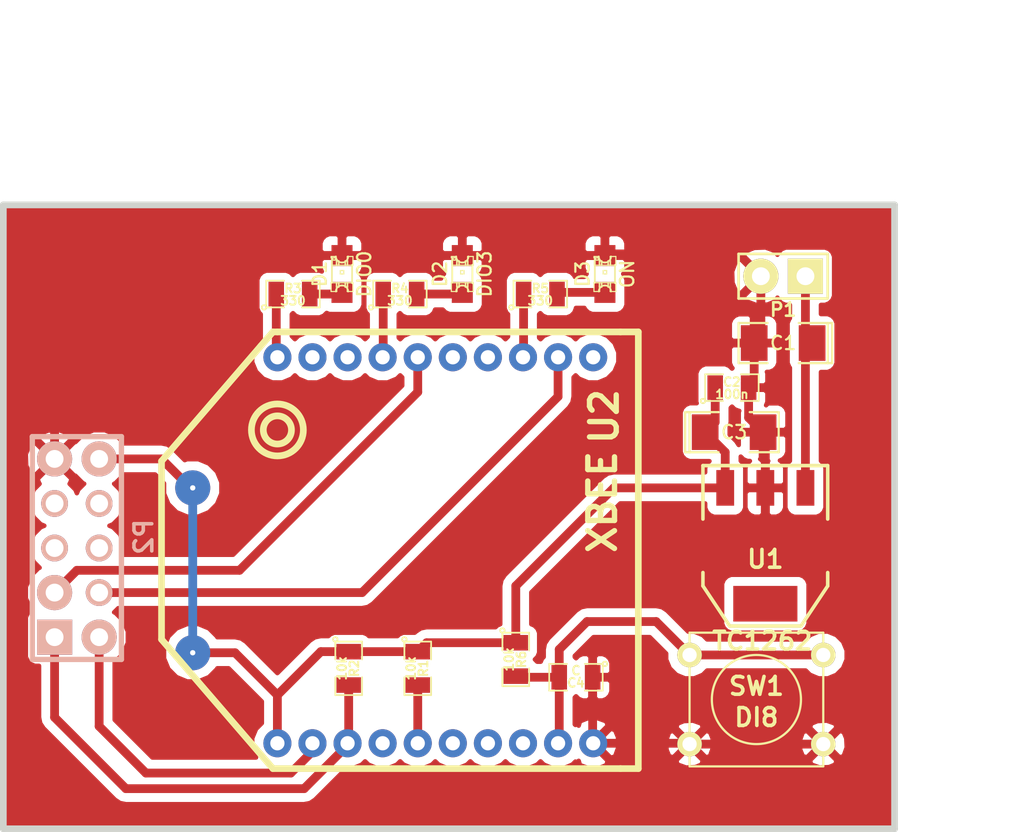
<source format=kicad_pcb>
(kicad_pcb (version 3) (host pcbnew "(22-Jun-2014 BZR 4027)-stable")

  (general
    (links 37)
    (no_connects 0)
    (area 109.029499 70.154801 171.63143 117.030501)
    (thickness 1.6002)
    (drawings 6)
    (tracks 91)
    (zones 0)
    (modules 18)
    (nets 16)
  )

  (page A4)
  (title_block 
    (title "XBEE Regulated Adapter")
    (rev Final)
    (company eLab)
    (comment 1 "João Duarte")
  )

  (layers
    (15 Front signal)
    (0 Back signal)
    (16 B.Adhes user)
    (17 F.Adhes user)
    (18 B.Paste user)
    (19 F.Paste user)
    (20 B.SilkS user)
    (21 F.SilkS user)
    (22 B.Mask user)
    (23 F.Mask user)
    (24 Dwgs.User user)
    (25 Cmts.User user)
    (26 Eco1.User user)
    (27 Eco2.User user)
    (28 Edge.Cuts user)
  )

  (setup
    (last_trace_width 0.2032)
    (user_trace_width 0.29972)
    (user_trace_width 0.39878)
    (user_trace_width 0.50038)
    (user_trace_width 0.59944)
    (user_trace_width 0.70104)
    (user_trace_width 0.8001)
    (trace_clearance 0.254)
    (zone_clearance 0.508)
    (zone_45_only no)
    (trace_min 0.2032)
    (segment_width 0.381)
    (edge_width 0.381)
    (via_size 0.889)
    (via_drill 0.635)
    (via_min_size 0.889)
    (via_min_drill 0.508)
    (user_via 1.99898 0.29972)
    (user_via 5.00126 1.00076)
    (uvia_size 0.508)
    (uvia_drill 0.127)
    (uvias_allowed no)
    (uvia_min_size 0.508)
    (uvia_min_drill 0.127)
    (pcb_text_width 0.3048)
    (pcb_text_size 1.524 2.032)
    (mod_edge_width 0.381)
    (mod_text_size 1.524 1.524)
    (mod_text_width 0.3048)
    (pad_size 2 2)
    (pad_drill 1.016)
    (pad_to_mask_clearance 0.254)
    (aux_axis_origin 14.59992 195.29806)
    (visible_elements FFFFFFBF)
    (pcbplotparams
      (layerselection 271613952)
      (usegerberextensions false)
      (excludeedgelayer false)
      (linewidth 0.150000)
      (plotframeref false)
      (viasonmask false)
      (mode 1)
      (useauxorigin false)
      (hpglpennumber 1)
      (hpglpenspeed 20)
      (hpglpendiameter 15)
      (hpglpenoverlay 0)
      (psnegative false)
      (psa4output false)
      (plotreference true)
      (plotvalue true)
      (plotothertext true)
      (plotinvisibletext false)
      (padsonsilk false)
      (subtractmaskfromsilk false)
      (outputformat 2)
      (mirror false)
      (drillshape 0)
      (scaleselection 1)
      (outputdirectory out/pdf/))
  )

  (net 0 "")
  (net 1 +3.3V)
  (net 2 DIN)
  (net 3 DOUT)
  (net 4 GND)
  (net 5 N-0000012)
  (net 6 N-0000013)
  (net 7 N-0000016)
  (net 8 N-0000017)
  (net 9 N-0000018)
  (net 10 N-0000025)
  (net 11 N-0000026)
  (net 12 N-0000027)
  (net 13 N-0000028)
  (net 14 ~CTS)
  (net 15 ~RTS)

  (net_class Default "This is the default net class."
    (clearance 0.254)
    (trace_width 0.2032)
    (via_dia 0.889)
    (via_drill 0.635)
    (uvia_dia 0.508)
    (uvia_drill 0.127)
    (add_net "")
    (add_net +3.3V)
    (add_net DIN)
    (add_net DOUT)
    (add_net GND)
    (add_net N-0000012)
    (add_net N-0000013)
    (add_net N-0000016)
    (add_net N-0000017)
    (add_net N-0000018)
    (add_net N-0000025)
    (add_net N-0000026)
    (add_net N-0000027)
    (add_net N-0000028)
    (add_net ~CTS)
    (add_net ~RTS)
  )

  (module XBee (layer Front) (tedit 51E2B5DF) (tstamp 51E179CF)
    (at 124.841 100.965 90)
    (path /51DDD408)
    (fp_text reference U2 (at 7.62508 18.62582 90) (layer F.SilkS)
      (effects (font (size 1.524 1.524) (thickness 0.3048)))
    )
    (fp_text value XBEE (at 2.75082 18.52676 90) (layer F.SilkS)
      (effects (font (size 1.524 1.524) (thickness 0.3048)))
    )
    (fp_line (start -12.446 19.558) (end -12.446 20.574) (layer F.SilkS) (width 0.381))
    (fp_line (start 12.446 19.558) (end 12.446 20.574) (layer F.SilkS) (width 0.381))
    (fp_circle (center 6.858 0) (end 7.62 0.254) (layer F.SilkS) (width 0.381))
    (fp_circle (center 6.858 0) (end 8.128 0.762) (layer F.SilkS) (width 0.381))
    (fp_line (start -12.446 19.558) (end -12.446 -0.254) (layer F.SilkS) (width 0.381))
    (fp_line (start 12.446 0) (end 12.446 -0.254) (layer F.SilkS) (width 0.381))
    (fp_line (start 12.446 19.558) (end 12.446 0) (layer F.SilkS) (width 0.381))
    (fp_line (start -12.446 20.574) (end 12.446 20.574) (layer F.SilkS) (width 0.381))
    (fp_line (start 12.446 -0.254) (end 5.08 -6.604) (layer F.SilkS) (width 0.381))
    (fp_line (start -12.446 -0.254) (end -5.08 -6.604) (layer F.SilkS) (width 0.381))
    (fp_line (start -5.08 -6.604) (end 5.08 -6.604) (layer F.SilkS) (width 0.381))
    (pad 20 thru_hole circle (at 11.00074 0 90) (size 1.6002 1.6002) (drill 0.8128)
      (layers *.Cu)
      (net 8 N-0000017)
    )
    (pad 16 thru_hole circle (at 11.00074 8.001 90) (size 1.6002 1.6002) (drill 0.8128)
      (layers *.Cu)
      (net 15 ~RTS)
    )
    (pad 14 thru_hole circle (at 11.00074 11.99896 90) (size 1.6002 1.6002) (drill 0.8128)
      (layers *.Cu)
    )
    (pad 15 thru_hole circle (at 11.00074 9.99998 90) (size 1.6002 1.6002) (drill 0.8128)
      (layers *.Cu)
    )
    (pad 18 thru_hole circle (at 11.00074 4.0005 90) (size 1.6002 1.6002) (drill 0.8128)
      (layers *.Cu)
    )
    (pad 17 thru_hole circle (at 11.00074 5.99948 90) (size 1.6002 1.6002) (drill 0.8128)
      (layers *.Cu)
      (net 13 N-0000028)
    )
    (pad 19 thru_hole circle (at 11.00074 1.99898 90) (size 1.6002 1.6002) (drill 0.8128)
      (layers *.Cu)
    )
    (pad 12 thru_hole circle (at 11.00074 15.99946 90) (size 1.6002 1.6002) (drill 0.8128)
      (layers *.Cu)
      (net 14 ~CTS)
    )
    (pad 11 thru_hole circle (at 11.00074 18.00098 90) (size 1.6002 1.6002) (drill 0.8128)
      (layers *.Cu)
    )
    (pad 13 thru_hole circle (at 11.00074 14.00048 90) (size 1.6002 1.6002) (drill 0.8128)
      (layers *.Cu)
      (net 11 N-0000026)
    )
    (pad 8 thru_hole circle (at -11.00074 14.00048 90) (size 1.6002 1.6002) (drill 0.8128)
      (layers *.Cu)
    )
    (pad 10 thru_hole circle (at -11.00074 18.00098 90) (size 1.6002 1.6002) (drill 0.8128)
      (layers *.Cu)
      (net 4 GND)
    )
    (pad 9 thru_hole circle (at -11.00074 15.99946 90) (size 1.6002 1.6002) (drill 0.8128)
      (layers *.Cu)
      (net 5 N-0000012)
    )
    (pad 2 thru_hole circle (at -11.00074 1.99898 90) (size 1.6002 1.6002) (drill 0.8128)
      (layers *.Cu)
      (net 3 DOUT)
    )
    (pad 4 thru_hole circle (at -11.00074 5.99948 90) (size 1.6002 1.6002) (drill 0.8128)
      (layers *.Cu)
    )
    (pad 3 thru_hole circle (at -11.00074 4.0005 90) (size 1.6002 1.6002) (drill 0.8128)
      (layers *.Cu)
      (net 2 DIN)
    )
    (pad 6 thru_hole circle (at -11.00074 9.99998 90) (size 1.6002 1.6002) (drill 0.8128)
      (layers *.Cu)
    )
    (pad 7 thru_hole circle (at -11.00074 11.99896 90) (size 1.6002 1.6002) (drill 0.8128)
      (layers *.Cu)
    )
    (pad 5 thru_hole circle (at -11.00074 8.001 90) (size 1.6002 1.6002) (drill 0.8128)
      (layers *.Cu)
      (net 7 N-0000016)
    )
    (pad 1 thru_hole circle (at -11.00074 0 90) (size 1.6002 1.6002) (drill 0.8128)
      (layers *.Cu)
      (net 1 +3.3V)
    )
    (model xbee_lib\modules_3D\Xbee.wrl
      (at (xyz 0.037 0 0.15))
      (scale (xyz 1 1 1))
      (rotate (xyz 270 0 0))
    )
    (model "xbee_lib\\pin strip\\pin_socket_2mm_10.wrl"
      (at (xyz -0.435 -0.355 0.03))
      (scale (xyz 1 1 1))
      (rotate (xyz 0 0 90))
    )
    (model "xbee_lib\\pin strip\\pin_socket_2mm_10.wrl"
      (at (xyz 0.435 -0.355 0.03))
      (scale (xyz 1 1 1))
      (rotate (xyz 0 0 90))
    )
  )

  (module SOT223 (layer Front) (tedit 51E08918) (tstamp 51E0891D)
    (at 152.654 100.711 180)
    (descr "module CMS SOT223 4 pins")
    (tags "CMS SOT")
    (path /55F8E2B6)
    (attr smd)
    (fp_text reference U1 (at 0 -0.762 180) (layer F.SilkS)
      (effects (font (size 1.016 1.016) (thickness 0.2032)))
    )
    (fp_text value TC1262 (at 0.17526 -5.42544 180) (layer F.SilkS)
      (effects (font (size 1.016 1.016) (thickness 0.2032)))
    )
    (fp_line (start -3.556 1.524) (end -3.556 4.572) (layer F.SilkS) (width 0.2032))
    (fp_line (start -3.556 4.572) (end 3.556 4.572) (layer F.SilkS) (width 0.2032))
    (fp_line (start 3.556 4.572) (end 3.556 1.524) (layer F.SilkS) (width 0.2032))
    (fp_line (start -3.556 -1.524) (end -3.556 -2.286) (layer F.SilkS) (width 0.2032))
    (fp_line (start -3.556 -2.286) (end -2.032 -4.572) (layer F.SilkS) (width 0.2032))
    (fp_line (start -2.032 -4.572) (end 2.032 -4.572) (layer F.SilkS) (width 0.2032))
    (fp_line (start 2.032 -4.572) (end 3.556 -2.286) (layer F.SilkS) (width 0.2032))
    (fp_line (start 3.556 -2.286) (end 3.556 -1.524) (layer F.SilkS) (width 0.2032))
    (pad 4 smd rect (at 0 -3.302 180) (size 3.6576 2.032)
      (layers Front F.Paste F.Mask)
    )
    (pad 2 smd rect (at 0 3.302 180) (size 1.016 2.032)
      (layers Front F.Paste F.Mask)
      (net 4 GND)
    )
    (pad 3 smd rect (at 2.286 3.302 180) (size 1.016 2.032)
      (layers Front F.Paste F.Mask)
      (net 1 +3.3V)
    )
    (pad 1 smd rect (at -2.286 3.302 180) (size 1.016 2.032)
      (layers Front F.Paste F.Mask)
      (net 6 N-0000013)
    )
    (model smd/SOT223.wrl
      (at (xyz 0 0 0))
      (scale (xyz 0.4 0.4 0.4))
      (rotate (xyz 0 0 0))
    )
  )

  (module SW_PUSH_SMALL (layer Front) (tedit 46544DB3) (tstamp 55F8D5E9)
    (at 152.146 109.474)
    (path /55F8C318)
    (fp_text reference SW1 (at 0 -0.762) (layer F.SilkS)
      (effects (font (size 1.016 1.016) (thickness 0.2032)))
    )
    (fp_text value DI8 (at 0 1.016) (layer F.SilkS)
      (effects (font (size 1.016 1.016) (thickness 0.2032)))
    )
    (fp_circle (center 0 0) (end 0 -2.54) (layer F.SilkS) (width 0.127))
    (fp_line (start -3.81 -3.81) (end 3.81 -3.81) (layer F.SilkS) (width 0.127))
    (fp_line (start 3.81 -3.81) (end 3.81 3.81) (layer F.SilkS) (width 0.127))
    (fp_line (start 3.81 3.81) (end -3.81 3.81) (layer F.SilkS) (width 0.127))
    (fp_line (start -3.81 -3.81) (end -3.81 3.81) (layer F.SilkS) (width 0.127))
    (pad 1 thru_hole circle (at 3.81 -2.54) (size 1.397 1.397) (drill 0.8128)
      (layers *.Cu *.Mask F.SilkS)
      (net 5 N-0000012)
    )
    (pad 2 thru_hole circle (at 3.81 2.54) (size 1.397 1.397) (drill 0.8128)
      (layers *.Cu *.Mask F.SilkS)
      (net 4 GND)
    )
    (pad 1 thru_hole circle (at -3.81 -2.54) (size 1.397 1.397) (drill 0.8128)
      (layers *.Cu *.Mask F.SilkS)
      (net 5 N-0000012)
    )
    (pad 2 thru_hole circle (at -3.81 2.54) (size 1.397 1.397) (drill 0.8128)
      (layers *.Cu *.Mask F.SilkS)
      (net 4 GND)
    )
  )

  (module SM1206POL (layer Front) (tedit 42806E4C) (tstamp 55F8D5F8)
    (at 150.876 94.234)
    (path /55F8E2A8)
    (attr smd)
    (fp_text reference C3 (at 0 0) (layer F.SilkS)
      (effects (font (size 0.762 0.762) (thickness 0.127)))
    )
    (fp_text value 10u (at 0 0) (layer F.SilkS) hide
      (effects (font (size 0.762 0.762) (thickness 0.127)))
    )
    (fp_line (start -2.54 -1.143) (end -2.794 -1.143) (layer F.SilkS) (width 0.127))
    (fp_line (start -2.794 -1.143) (end -2.794 1.143) (layer F.SilkS) (width 0.127))
    (fp_line (start -2.794 1.143) (end -2.54 1.143) (layer F.SilkS) (width 0.127))
    (fp_line (start -2.54 -1.143) (end -2.54 1.143) (layer F.SilkS) (width 0.127))
    (fp_line (start -2.54 1.143) (end -0.889 1.143) (layer F.SilkS) (width 0.127))
    (fp_line (start 0.889 -1.143) (end 2.54 -1.143) (layer F.SilkS) (width 0.127))
    (fp_line (start 2.54 -1.143) (end 2.54 1.143) (layer F.SilkS) (width 0.127))
    (fp_line (start 2.54 1.143) (end 0.889 1.143) (layer F.SilkS) (width 0.127))
    (fp_line (start -0.889 -1.143) (end -2.54 -1.143) (layer F.SilkS) (width 0.127))
    (pad 1 smd rect (at -1.651 0) (size 1.524 2.032)
      (layers Front F.Paste F.Mask)
      (net 1 +3.3V)
    )
    (pad 2 smd rect (at 1.651 0) (size 1.524 2.032)
      (layers Front F.Paste F.Mask)
      (net 4 GND)
    )
    (model smd/chip_cms_pol.wrl
      (at (xyz 0 0 0))
      (scale (xyz 0.17 0.16 0.16))
      (rotate (xyz 0 0 0))
    )
  )

  (module SM0805 (layer Front) (tedit 5091495C) (tstamp 55F8D605)
    (at 139.827 86.36)
    (path /55F778DD)
    (attr smd)
    (fp_text reference R5 (at 0 -0.3175) (layer F.SilkS)
      (effects (font (size 0.50038 0.50038) (thickness 0.10922)))
    )
    (fp_text value 330 (at 0 0.381) (layer F.SilkS)
      (effects (font (size 0.50038 0.50038) (thickness 0.10922)))
    )
    (fp_circle (center -1.651 0.762) (end -1.651 0.635) (layer F.SilkS) (width 0.09906))
    (fp_line (start -0.508 0.762) (end -1.524 0.762) (layer F.SilkS) (width 0.09906))
    (fp_line (start -1.524 0.762) (end -1.524 -0.762) (layer F.SilkS) (width 0.09906))
    (fp_line (start -1.524 -0.762) (end -0.508 -0.762) (layer F.SilkS) (width 0.09906))
    (fp_line (start 0.508 -0.762) (end 1.524 -0.762) (layer F.SilkS) (width 0.09906))
    (fp_line (start 1.524 -0.762) (end 1.524 0.762) (layer F.SilkS) (width 0.09906))
    (fp_line (start 1.524 0.762) (end 0.508 0.762) (layer F.SilkS) (width 0.09906))
    (pad 1 smd rect (at -0.9525 0) (size 0.889 1.397)
      (layers Front F.Paste F.Mask)
      (net 11 N-0000026)
    )
    (pad 2 smd rect (at 0.9525 0) (size 0.889 1.397)
      (layers Front F.Paste F.Mask)
      (net 10 N-0000025)
    )
    (model smd/chip_cms.wrl
      (at (xyz 0 0 0))
      (scale (xyz 0.1 0.1 0.1))
      (rotate (xyz 0 0 0))
    )
  )

  (module SM0805 (layer Front) (tedit 5091495C) (tstamp 55F8D612)
    (at 141.859 108.204 180)
    (path /55F8C619)
    (attr smd)
    (fp_text reference C4 (at 0 -0.3175 180) (layer F.SilkS)
      (effects (font (size 0.50038 0.50038) (thickness 0.10922)))
    )
    (fp_text value C (at 0 0.381 180) (layer F.SilkS)
      (effects (font (size 0.50038 0.50038) (thickness 0.10922)))
    )
    (fp_circle (center -1.651 0.762) (end -1.651 0.635) (layer F.SilkS) (width 0.09906))
    (fp_line (start -0.508 0.762) (end -1.524 0.762) (layer F.SilkS) (width 0.09906))
    (fp_line (start -1.524 0.762) (end -1.524 -0.762) (layer F.SilkS) (width 0.09906))
    (fp_line (start -1.524 -0.762) (end -0.508 -0.762) (layer F.SilkS) (width 0.09906))
    (fp_line (start 0.508 -0.762) (end 1.524 -0.762) (layer F.SilkS) (width 0.09906))
    (fp_line (start 1.524 -0.762) (end 1.524 0.762) (layer F.SilkS) (width 0.09906))
    (fp_line (start 1.524 0.762) (end 0.508 0.762) (layer F.SilkS) (width 0.09906))
    (pad 1 smd rect (at -0.9525 0 180) (size 0.889 1.397)
      (layers Front F.Paste F.Mask)
      (net 4 GND)
    )
    (pad 2 smd rect (at 0.9525 0 180) (size 0.889 1.397)
      (layers Front F.Paste F.Mask)
      (net 5 N-0000012)
    )
    (model smd/chip_cms.wrl
      (at (xyz 0 0 0))
      (scale (xyz 0.1 0.1 0.1))
      (rotate (xyz 0 0 0))
    )
  )

  (module SM0805 (layer Front) (tedit 5091495C) (tstamp 55F8D61F)
    (at 138.43 107.188 270)
    (path /55F8C7F4)
    (attr smd)
    (fp_text reference R6 (at 0 -0.3175 270) (layer F.SilkS)
      (effects (font (size 0.50038 0.50038) (thickness 0.10922)))
    )
    (fp_text value 10k (at 0 0.381 270) (layer F.SilkS)
      (effects (font (size 0.50038 0.50038) (thickness 0.10922)))
    )
    (fp_circle (center -1.651 0.762) (end -1.651 0.635) (layer F.SilkS) (width 0.09906))
    (fp_line (start -0.508 0.762) (end -1.524 0.762) (layer F.SilkS) (width 0.09906))
    (fp_line (start -1.524 0.762) (end -1.524 -0.762) (layer F.SilkS) (width 0.09906))
    (fp_line (start -1.524 -0.762) (end -0.508 -0.762) (layer F.SilkS) (width 0.09906))
    (fp_line (start 0.508 -0.762) (end 1.524 -0.762) (layer F.SilkS) (width 0.09906))
    (fp_line (start 1.524 -0.762) (end 1.524 0.762) (layer F.SilkS) (width 0.09906))
    (fp_line (start 1.524 0.762) (end 0.508 0.762) (layer F.SilkS) (width 0.09906))
    (pad 1 smd rect (at -0.9525 0 270) (size 0.889 1.397)
      (layers Front F.Paste F.Mask)
      (net 1 +3.3V)
    )
    (pad 2 smd rect (at 0.9525 0 270) (size 0.889 1.397)
      (layers Front F.Paste F.Mask)
      (net 5 N-0000012)
    )
    (model smd/chip_cms.wrl
      (at (xyz 0 0 0))
      (scale (xyz 0.1 0.1 0.1))
      (rotate (xyz 0 0 0))
    )
  )

  (module LED-0805 (layer Front) (tedit 49DC4C0B) (tstamp 55F8D65A)
    (at 143.51 85.217 90)
    (descr "LED 0805 smd package")
    (tags "LED 0805 SMD")
    (path /55F778D7)
    (attr smd)
    (fp_text reference D3 (at 0 -1.27 90) (layer F.SilkS)
      (effects (font (size 0.762 0.762) (thickness 0.127)))
    )
    (fp_text value ON (at 0 1.27 90) (layer F.SilkS)
      (effects (font (size 0.762 0.762) (thickness 0.127)))
    )
    (fp_line (start 0.49784 0.29972) (end 0.49784 0.62484) (layer F.SilkS) (width 0.06604))
    (fp_line (start 0.49784 0.62484) (end 0.99822 0.62484) (layer F.SilkS) (width 0.06604))
    (fp_line (start 0.99822 0.29972) (end 0.99822 0.62484) (layer F.SilkS) (width 0.06604))
    (fp_line (start 0.49784 0.29972) (end 0.99822 0.29972) (layer F.SilkS) (width 0.06604))
    (fp_line (start 0.49784 -0.32258) (end 0.49784 -0.17272) (layer F.SilkS) (width 0.06604))
    (fp_line (start 0.49784 -0.17272) (end 0.7493 -0.17272) (layer F.SilkS) (width 0.06604))
    (fp_line (start 0.7493 -0.32258) (end 0.7493 -0.17272) (layer F.SilkS) (width 0.06604))
    (fp_line (start 0.49784 -0.32258) (end 0.7493 -0.32258) (layer F.SilkS) (width 0.06604))
    (fp_line (start 0.49784 0.17272) (end 0.49784 0.32258) (layer F.SilkS) (width 0.06604))
    (fp_line (start 0.49784 0.32258) (end 0.7493 0.32258) (layer F.SilkS) (width 0.06604))
    (fp_line (start 0.7493 0.17272) (end 0.7493 0.32258) (layer F.SilkS) (width 0.06604))
    (fp_line (start 0.49784 0.17272) (end 0.7493 0.17272) (layer F.SilkS) (width 0.06604))
    (fp_line (start 0.49784 -0.19812) (end 0.49784 0.19812) (layer F.SilkS) (width 0.06604))
    (fp_line (start 0.49784 0.19812) (end 0.6731 0.19812) (layer F.SilkS) (width 0.06604))
    (fp_line (start 0.6731 -0.19812) (end 0.6731 0.19812) (layer F.SilkS) (width 0.06604))
    (fp_line (start 0.49784 -0.19812) (end 0.6731 -0.19812) (layer F.SilkS) (width 0.06604))
    (fp_line (start -0.99822 0.29972) (end -0.99822 0.62484) (layer F.SilkS) (width 0.06604))
    (fp_line (start -0.99822 0.62484) (end -0.49784 0.62484) (layer F.SilkS) (width 0.06604))
    (fp_line (start -0.49784 0.29972) (end -0.49784 0.62484) (layer F.SilkS) (width 0.06604))
    (fp_line (start -0.99822 0.29972) (end -0.49784 0.29972) (layer F.SilkS) (width 0.06604))
    (fp_line (start -0.99822 -0.62484) (end -0.99822 -0.29972) (layer F.SilkS) (width 0.06604))
    (fp_line (start -0.99822 -0.29972) (end -0.49784 -0.29972) (layer F.SilkS) (width 0.06604))
    (fp_line (start -0.49784 -0.62484) (end -0.49784 -0.29972) (layer F.SilkS) (width 0.06604))
    (fp_line (start -0.99822 -0.62484) (end -0.49784 -0.62484) (layer F.SilkS) (width 0.06604))
    (fp_line (start -0.7493 0.17272) (end -0.7493 0.32258) (layer F.SilkS) (width 0.06604))
    (fp_line (start -0.7493 0.32258) (end -0.49784 0.32258) (layer F.SilkS) (width 0.06604))
    (fp_line (start -0.49784 0.17272) (end -0.49784 0.32258) (layer F.SilkS) (width 0.06604))
    (fp_line (start -0.7493 0.17272) (end -0.49784 0.17272) (layer F.SilkS) (width 0.06604))
    (fp_line (start -0.7493 -0.32258) (end -0.7493 -0.17272) (layer F.SilkS) (width 0.06604))
    (fp_line (start -0.7493 -0.17272) (end -0.49784 -0.17272) (layer F.SilkS) (width 0.06604))
    (fp_line (start -0.49784 -0.32258) (end -0.49784 -0.17272) (layer F.SilkS) (width 0.06604))
    (fp_line (start -0.7493 -0.32258) (end -0.49784 -0.32258) (layer F.SilkS) (width 0.06604))
    (fp_line (start -0.6731 -0.19812) (end -0.6731 0.19812) (layer F.SilkS) (width 0.06604))
    (fp_line (start -0.6731 0.19812) (end -0.49784 0.19812) (layer F.SilkS) (width 0.06604))
    (fp_line (start -0.49784 -0.19812) (end -0.49784 0.19812) (layer F.SilkS) (width 0.06604))
    (fp_line (start -0.6731 -0.19812) (end -0.49784 -0.19812) (layer F.SilkS) (width 0.06604))
    (fp_line (start 0 -0.09906) (end 0 0.09906) (layer F.SilkS) (width 0.06604))
    (fp_line (start 0 0.09906) (end 0.19812 0.09906) (layer F.SilkS) (width 0.06604))
    (fp_line (start 0.19812 -0.09906) (end 0.19812 0.09906) (layer F.SilkS) (width 0.06604))
    (fp_line (start 0 -0.09906) (end 0.19812 -0.09906) (layer F.SilkS) (width 0.06604))
    (fp_line (start 0.49784 -0.59944) (end 0.49784 -0.29972) (layer F.SilkS) (width 0.06604))
    (fp_line (start 0.49784 -0.29972) (end 0.79756 -0.29972) (layer F.SilkS) (width 0.06604))
    (fp_line (start 0.79756 -0.59944) (end 0.79756 -0.29972) (layer F.SilkS) (width 0.06604))
    (fp_line (start 0.49784 -0.59944) (end 0.79756 -0.59944) (layer F.SilkS) (width 0.06604))
    (fp_line (start 0.92456 -0.62484) (end 0.92456 -0.39878) (layer F.SilkS) (width 0.06604))
    (fp_line (start 0.92456 -0.39878) (end 0.99822 -0.39878) (layer F.SilkS) (width 0.06604))
    (fp_line (start 0.99822 -0.62484) (end 0.99822 -0.39878) (layer F.SilkS) (width 0.06604))
    (fp_line (start 0.92456 -0.62484) (end 0.99822 -0.62484) (layer F.SilkS) (width 0.06604))
    (fp_line (start 0.52324 0.57404) (end -0.52324 0.57404) (layer F.SilkS) (width 0.1016))
    (fp_line (start -0.49784 -0.57404) (end 0.92456 -0.57404) (layer F.SilkS) (width 0.1016))
    (fp_circle (center 0.84836 -0.44958) (end 0.89916 -0.50038) (layer F.SilkS) (width 0.0508))
    (fp_arc (start 0.99822 0) (end 0.99822 0.34798) (angle 180) (layer F.SilkS) (width 0.1016))
    (fp_arc (start -0.99822 0) (end -0.99822 -0.34798) (angle 180) (layer F.SilkS) (width 0.1016))
    (pad 1 smd rect (at -1.04902 0 90) (size 1.19888 1.19888)
      (layers Front F.Paste F.Mask)
      (net 10 N-0000025)
    )
    (pad 2 smd rect (at 1.04902 0 90) (size 1.19888 1.19888)
      (layers Front F.Paste F.Mask)
      (net 4 GND)
    )
  )

  (module PIN_ARRAY_2X1 (layer Front) (tedit 55FB632A) (tstamp 51DDE97B)
    (at 153.67 85.344 180)
    (descr "Connecteurs 2 pins")
    (tags "CONN DEV")
    (path /55F8E66B)
    (fp_text reference P1 (at 0 -1.905 180) (layer F.SilkS)
      (effects (font (size 0.762 0.762) (thickness 0.1524)))
    )
    (fp_text value Vin (at 0 -1.905 180) (layer F.SilkS) hide
      (effects (font (size 0.762 0.762) (thickness 0.1524)))
    )
    (fp_line (start -2.54 1.27) (end -2.54 -1.27) (layer F.SilkS) (width 0.1524))
    (fp_line (start -2.54 -1.27) (end 2.54 -1.27) (layer F.SilkS) (width 0.1524))
    (fp_line (start 2.54 -1.27) (end 2.54 1.27) (layer F.SilkS) (width 0.1524))
    (fp_line (start 2.54 1.27) (end -2.54 1.27) (layer F.SilkS) (width 0.1524))
    (pad 1 thru_hole rect (at -1.27 0 180) (size 2 2) (drill 1.016)
      (layers *.Cu *.Mask F.SilkS)
      (net 6 N-0000013)
    )
    (pad 2 thru_hole circle (at 1.27 0 180) (size 2 2) (drill 1.016)
      (layers *.Cu *.Mask F.SilkS)
      (net 4 GND)
    )
    (model pin_array/pins_array_2x1.wrl
      (at (xyz 0 0 0))
      (scale (xyz 1 1 1))
      (rotate (xyz 0 0 0))
    )
  )

  (module PIN_ARRAY_5x2 (layer Back) (tedit 55FB6357) (tstamp 51E176AB)
    (at 113.411 100.838 90)
    (descr "Double rangee de contacts 2 x 5 pins")
    (tags CONN)
    (path /55F779F8)
    (fp_text reference P2 (at 0.635 3.81 90) (layer B.SilkS)
      (effects (font (size 1.016 1.016) (thickness 0.2032)) (justify mirror))
    )
    (fp_text value OOCD-UART (at 0 3.81 90) (layer B.SilkS) hide
      (effects (font (size 1.016 1.016) (thickness 0.2032)) (justify mirror))
    )
    (fp_line (start -6.35 2.54) (end 6.35 2.54) (layer B.SilkS) (width 0.3048))
    (fp_line (start 6.35 2.54) (end 6.35 -2.54) (layer B.SilkS) (width 0.3048))
    (fp_line (start 6.35 -2.54) (end -6.35 -2.54) (layer B.SilkS) (width 0.3048))
    (fp_line (start -6.35 -2.54) (end -6.35 2.54) (layer B.SilkS) (width 0.3048))
    (pad 1 thru_hole rect (at -5.08 -1.27 90) (size 2 2) (drill 1.016)
      (layers *.Cu *.Mask B.SilkS)
      (net 2 DIN)
    )
    (pad 2 thru_hole circle (at -5.08 1.27 90) (size 2 2) (drill 1.016)
      (layers *.Cu *.Mask B.SilkS)
      (net 3 DOUT)
    )
    (pad 3 thru_hole circle (at -2.54 -1.27 90) (size 2 2) (drill 1.016)
      (layers *.Cu *.Mask B.SilkS)
      (net 15 ~RTS)
    )
    (pad 4 thru_hole circle (at -2.54 1.27 90) (size 1.524 1.524) (drill 1.016)
      (layers *.Cu *.Mask B.SilkS)
      (net 14 ~CTS)
    )
    (pad 5 thru_hole circle (at 0 -1.27 90) (size 1.524 1.524) (drill 1.016)
      (layers *.Cu *.Mask B.SilkS)
    )
    (pad 6 thru_hole circle (at 0 1.27 90) (size 1.524 1.524) (drill 1.016)
      (layers *.Cu *.Mask B.SilkS)
    )
    (pad 7 thru_hole circle (at 2.54 -1.27 90) (size 1.524 1.524) (drill 1.016)
      (layers *.Cu *.Mask B.SilkS)
    )
    (pad 8 thru_hole circle (at 2.54 1.27 90) (size 1.524 1.524) (drill 1.016)
      (layers *.Cu *.Mask B.SilkS)
    )
    (pad 9 thru_hole circle (at 5.08 -1.27 90) (size 2 2) (drill 1.016)
      (layers *.Cu *.Mask B.SilkS)
      (net 4 GND)
    )
    (pad 10 thru_hole circle (at 5.08 1.27 90) (size 2 2) (drill 1.016)
      (layers *.Cu *.Mask B.SilkS)
      (net 1 +3.3V)
    )
    (model pin_array/pins_array_5x2.wrl
      (at (xyz 0 0 0))
      (scale (xyz 1 1 1))
      (rotate (xyz 0 0 0))
    )
  )

  (module SM0805 (layer Front) (tedit 5091495C) (tstamp 51DDE97E)
    (at 132.842 107.696 270)
    (path /55F777EA)
    (attr smd)
    (fp_text reference R1 (at 0 -0.3175 270) (layer F.SilkS)
      (effects (font (size 0.50038 0.50038) (thickness 0.10922)))
    )
    (fp_text value 10k (at 0 0.381 270) (layer F.SilkS)
      (effects (font (size 0.50038 0.50038) (thickness 0.10922)))
    )
    (fp_circle (center -1.651 0.762) (end -1.651 0.635) (layer F.SilkS) (width 0.09906))
    (fp_line (start -0.508 0.762) (end -1.524 0.762) (layer F.SilkS) (width 0.09906))
    (fp_line (start -1.524 0.762) (end -1.524 -0.762) (layer F.SilkS) (width 0.09906))
    (fp_line (start -1.524 -0.762) (end -0.508 -0.762) (layer F.SilkS) (width 0.09906))
    (fp_line (start 0.508 -0.762) (end 1.524 -0.762) (layer F.SilkS) (width 0.09906))
    (fp_line (start 1.524 -0.762) (end 1.524 0.762) (layer F.SilkS) (width 0.09906))
    (fp_line (start 1.524 0.762) (end 0.508 0.762) (layer F.SilkS) (width 0.09906))
    (pad 1 smd rect (at -0.9525 0 270) (size 0.889 1.397)
      (layers Front F.Paste F.Mask)
      (net 1 +3.3V)
    )
    (pad 2 smd rect (at 0.9525 0 270) (size 0.889 1.397)
      (layers Front F.Paste F.Mask)
      (net 7 N-0000016)
    )
    (model smd/chip_cms.wrl
      (at (xyz 0 0 0))
      (scale (xyz 0.1 0.1 0.1))
      (rotate (xyz 0 0 0))
    )
  )

  (module SM0805 (layer Front) (tedit 5091495C) (tstamp 51DDE980)
    (at 128.905 107.696 270)
    (path /55F77783)
    (attr smd)
    (fp_text reference R2 (at 0 -0.3175 270) (layer F.SilkS)
      (effects (font (size 0.50038 0.50038) (thickness 0.10922)))
    )
    (fp_text value 10k (at 0 0.381 270) (layer F.SilkS)
      (effects (font (size 0.50038 0.50038) (thickness 0.10922)))
    )
    (fp_circle (center -1.651 0.762) (end -1.651 0.635) (layer F.SilkS) (width 0.09906))
    (fp_line (start -0.508 0.762) (end -1.524 0.762) (layer F.SilkS) (width 0.09906))
    (fp_line (start -1.524 0.762) (end -1.524 -0.762) (layer F.SilkS) (width 0.09906))
    (fp_line (start -1.524 -0.762) (end -0.508 -0.762) (layer F.SilkS) (width 0.09906))
    (fp_line (start 0.508 -0.762) (end 1.524 -0.762) (layer F.SilkS) (width 0.09906))
    (fp_line (start 1.524 -0.762) (end 1.524 0.762) (layer F.SilkS) (width 0.09906))
    (fp_line (start 1.524 0.762) (end 0.508 0.762) (layer F.SilkS) (width 0.09906))
    (pad 1 smd rect (at -0.9525 0 270) (size 0.889 1.397)
      (layers Front F.Paste F.Mask)
      (net 1 +3.3V)
    )
    (pad 2 smd rect (at 0.9525 0 270) (size 0.889 1.397)
      (layers Front F.Paste F.Mask)
      (net 2 DIN)
    )
    (model smd/chip_cms.wrl
      (at (xyz 0 0 0))
      (scale (xyz 0.1 0.1 0.1))
      (rotate (xyz 0 0 0))
    )
  )

  (module SM1206POL (layer Front) (tedit 42806E4C) (tstamp 51E089AB)
    (at 153.67 89.154 180)
    (path /55F8E2DA)
    (attr smd)
    (fp_text reference C1 (at 0 0 180) (layer F.SilkS)
      (effects (font (size 0.762 0.762) (thickness 0.127)))
    )
    (fp_text value 10u (at 0 0 180) (layer F.SilkS) hide
      (effects (font (size 0.762 0.762) (thickness 0.127)))
    )
    (fp_line (start -2.54 -1.143) (end -2.794 -1.143) (layer F.SilkS) (width 0.127))
    (fp_line (start -2.794 -1.143) (end -2.794 1.143) (layer F.SilkS) (width 0.127))
    (fp_line (start -2.794 1.143) (end -2.54 1.143) (layer F.SilkS) (width 0.127))
    (fp_line (start -2.54 -1.143) (end -2.54 1.143) (layer F.SilkS) (width 0.127))
    (fp_line (start -2.54 1.143) (end -0.889 1.143) (layer F.SilkS) (width 0.127))
    (fp_line (start 0.889 -1.143) (end 2.54 -1.143) (layer F.SilkS) (width 0.127))
    (fp_line (start 2.54 -1.143) (end 2.54 1.143) (layer F.SilkS) (width 0.127))
    (fp_line (start 2.54 1.143) (end 0.889 1.143) (layer F.SilkS) (width 0.127))
    (fp_line (start -0.889 -1.143) (end -2.54 -1.143) (layer F.SilkS) (width 0.127))
    (pad 1 smd rect (at -1.651 0 180) (size 1.524 2.032)
      (layers Front F.Paste F.Mask)
      (net 6 N-0000013)
    )
    (pad 2 smd rect (at 1.651 0 180) (size 1.524 2.032)
      (layers Front F.Paste F.Mask)
      (net 4 GND)
    )
    (model smd/chip_cms_pol.wrl
      (at (xyz 0 0 0))
      (scale (xyz 0.17 0.16 0.16))
      (rotate (xyz 0 0 0))
    )
  )

  (module SM0805 (layer Front) (tedit 5091495C) (tstamp 51DDE983)
    (at 150.749 91.694)
    (path /55F8E2C8)
    (attr smd)
    (fp_text reference C2 (at 0 -0.3175) (layer F.SilkS)
      (effects (font (size 0.50038 0.50038) (thickness 0.10922)))
    )
    (fp_text value 100n (at 0 0.381) (layer F.SilkS)
      (effects (font (size 0.50038 0.50038) (thickness 0.10922)))
    )
    (fp_circle (center -1.651 0.762) (end -1.651 0.635) (layer F.SilkS) (width 0.09906))
    (fp_line (start -0.508 0.762) (end -1.524 0.762) (layer F.SilkS) (width 0.09906))
    (fp_line (start -1.524 0.762) (end -1.524 -0.762) (layer F.SilkS) (width 0.09906))
    (fp_line (start -1.524 -0.762) (end -0.508 -0.762) (layer F.SilkS) (width 0.09906))
    (fp_line (start 0.508 -0.762) (end 1.524 -0.762) (layer F.SilkS) (width 0.09906))
    (fp_line (start 1.524 -0.762) (end 1.524 0.762) (layer F.SilkS) (width 0.09906))
    (fp_line (start 1.524 0.762) (end 0.508 0.762) (layer F.SilkS) (width 0.09906))
    (pad 1 smd rect (at -0.9525 0) (size 0.889 1.397)
      (layers Front F.Paste F.Mask)
      (net 1 +3.3V)
    )
    (pad 2 smd rect (at 0.9525 0) (size 0.889 1.397)
      (layers Front F.Paste F.Mask)
      (net 4 GND)
    )
    (model smd/chip_cms.wrl
      (at (xyz 0 0 0))
      (scale (xyz 0.1 0.1 0.1))
      (rotate (xyz 0 0 0))
    )
  )

  (module SM0805 (layer Front) (tedit 5091495C) (tstamp 51E16C22)
    (at 125.73 86.36)
    (path /51E160E4)
    (attr smd)
    (fp_text reference R3 (at 0 -0.3175) (layer F.SilkS)
      (effects (font (size 0.50038 0.50038) (thickness 0.10922)))
    )
    (fp_text value 330 (at 0 0.381) (layer F.SilkS)
      (effects (font (size 0.50038 0.50038) (thickness 0.10922)))
    )
    (fp_circle (center -1.651 0.762) (end -1.651 0.635) (layer F.SilkS) (width 0.09906))
    (fp_line (start -0.508 0.762) (end -1.524 0.762) (layer F.SilkS) (width 0.09906))
    (fp_line (start -1.524 0.762) (end -1.524 -0.762) (layer F.SilkS) (width 0.09906))
    (fp_line (start -1.524 -0.762) (end -0.508 -0.762) (layer F.SilkS) (width 0.09906))
    (fp_line (start 0.508 -0.762) (end 1.524 -0.762) (layer F.SilkS) (width 0.09906))
    (fp_line (start 1.524 -0.762) (end 1.524 0.762) (layer F.SilkS) (width 0.09906))
    (fp_line (start 1.524 0.762) (end 0.508 0.762) (layer F.SilkS) (width 0.09906))
    (pad 1 smd rect (at -0.9525 0) (size 0.889 1.397)
      (layers Front F.Paste F.Mask)
      (net 8 N-0000017)
    )
    (pad 2 smd rect (at 0.9525 0) (size 0.889 1.397)
      (layers Front F.Paste F.Mask)
      (net 9 N-0000018)
    )
    (model smd/chip_cms.wrl
      (at (xyz 0 0 0))
      (scale (xyz 0.1 0.1 0.1))
      (rotate (xyz 0 0 0))
    )
  )

  (module SM0805 (layer Front) (tedit 5091495C) (tstamp 51E185F5)
    (at 131.826 86.36)
    (path /55F778A5)
    (attr smd)
    (fp_text reference R4 (at 0 -0.3175) (layer F.SilkS)
      (effects (font (size 0.50038 0.50038) (thickness 0.10922)))
    )
    (fp_text value 330 (at 0 0.381) (layer F.SilkS)
      (effects (font (size 0.50038 0.50038) (thickness 0.10922)))
    )
    (fp_circle (center -1.651 0.762) (end -1.651 0.635) (layer F.SilkS) (width 0.09906))
    (fp_line (start -0.508 0.762) (end -1.524 0.762) (layer F.SilkS) (width 0.09906))
    (fp_line (start -1.524 0.762) (end -1.524 -0.762) (layer F.SilkS) (width 0.09906))
    (fp_line (start -1.524 -0.762) (end -0.508 -0.762) (layer F.SilkS) (width 0.09906))
    (fp_line (start 0.508 -0.762) (end 1.524 -0.762) (layer F.SilkS) (width 0.09906))
    (fp_line (start 1.524 -0.762) (end 1.524 0.762) (layer F.SilkS) (width 0.09906))
    (fp_line (start 1.524 0.762) (end 0.508 0.762) (layer F.SilkS) (width 0.09906))
    (pad 1 smd rect (at -0.9525 0) (size 0.889 1.397)
      (layers Front F.Paste F.Mask)
      (net 13 N-0000028)
    )
    (pad 2 smd rect (at 0.9525 0) (size 0.889 1.397)
      (layers Front F.Paste F.Mask)
      (net 12 N-0000027)
    )
    (model smd/chip_cms.wrl
      (at (xyz 0 0 0))
      (scale (xyz 0.1 0.1 0.1))
      (rotate (xyz 0 0 0))
    )
  )

  (module LED-0805 (layer Front) (tedit 49DC4C0B) (tstamp 539E0197)
    (at 128.524 85.217 90)
    (descr "LED 0805 smd package")
    (tags "LED 0805 SMD")
    (path /51E160E5)
    (attr smd)
    (fp_text reference D1 (at 0 -1.27 90) (layer F.SilkS)
      (effects (font (size 0.762 0.762) (thickness 0.127)))
    )
    (fp_text value DIO0 (at 0 1.27 90) (layer F.SilkS)
      (effects (font (size 0.762 0.762) (thickness 0.127)))
    )
    (fp_line (start 0.49784 0.29972) (end 0.49784 0.62484) (layer F.SilkS) (width 0.06604))
    (fp_line (start 0.49784 0.62484) (end 0.99822 0.62484) (layer F.SilkS) (width 0.06604))
    (fp_line (start 0.99822 0.29972) (end 0.99822 0.62484) (layer F.SilkS) (width 0.06604))
    (fp_line (start 0.49784 0.29972) (end 0.99822 0.29972) (layer F.SilkS) (width 0.06604))
    (fp_line (start 0.49784 -0.32258) (end 0.49784 -0.17272) (layer F.SilkS) (width 0.06604))
    (fp_line (start 0.49784 -0.17272) (end 0.7493 -0.17272) (layer F.SilkS) (width 0.06604))
    (fp_line (start 0.7493 -0.32258) (end 0.7493 -0.17272) (layer F.SilkS) (width 0.06604))
    (fp_line (start 0.49784 -0.32258) (end 0.7493 -0.32258) (layer F.SilkS) (width 0.06604))
    (fp_line (start 0.49784 0.17272) (end 0.49784 0.32258) (layer F.SilkS) (width 0.06604))
    (fp_line (start 0.49784 0.32258) (end 0.7493 0.32258) (layer F.SilkS) (width 0.06604))
    (fp_line (start 0.7493 0.17272) (end 0.7493 0.32258) (layer F.SilkS) (width 0.06604))
    (fp_line (start 0.49784 0.17272) (end 0.7493 0.17272) (layer F.SilkS) (width 0.06604))
    (fp_line (start 0.49784 -0.19812) (end 0.49784 0.19812) (layer F.SilkS) (width 0.06604))
    (fp_line (start 0.49784 0.19812) (end 0.6731 0.19812) (layer F.SilkS) (width 0.06604))
    (fp_line (start 0.6731 -0.19812) (end 0.6731 0.19812) (layer F.SilkS) (width 0.06604))
    (fp_line (start 0.49784 -0.19812) (end 0.6731 -0.19812) (layer F.SilkS) (width 0.06604))
    (fp_line (start -0.99822 0.29972) (end -0.99822 0.62484) (layer F.SilkS) (width 0.06604))
    (fp_line (start -0.99822 0.62484) (end -0.49784 0.62484) (layer F.SilkS) (width 0.06604))
    (fp_line (start -0.49784 0.29972) (end -0.49784 0.62484) (layer F.SilkS) (width 0.06604))
    (fp_line (start -0.99822 0.29972) (end -0.49784 0.29972) (layer F.SilkS) (width 0.06604))
    (fp_line (start -0.99822 -0.62484) (end -0.99822 -0.29972) (layer F.SilkS) (width 0.06604))
    (fp_line (start -0.99822 -0.29972) (end -0.49784 -0.29972) (layer F.SilkS) (width 0.06604))
    (fp_line (start -0.49784 -0.62484) (end -0.49784 -0.29972) (layer F.SilkS) (width 0.06604))
    (fp_line (start -0.99822 -0.62484) (end -0.49784 -0.62484) (layer F.SilkS) (width 0.06604))
    (fp_line (start -0.7493 0.17272) (end -0.7493 0.32258) (layer F.SilkS) (width 0.06604))
    (fp_line (start -0.7493 0.32258) (end -0.49784 0.32258) (layer F.SilkS) (width 0.06604))
    (fp_line (start -0.49784 0.17272) (end -0.49784 0.32258) (layer F.SilkS) (width 0.06604))
    (fp_line (start -0.7493 0.17272) (end -0.49784 0.17272) (layer F.SilkS) (width 0.06604))
    (fp_line (start -0.7493 -0.32258) (end -0.7493 -0.17272) (layer F.SilkS) (width 0.06604))
    (fp_line (start -0.7493 -0.17272) (end -0.49784 -0.17272) (layer F.SilkS) (width 0.06604))
    (fp_line (start -0.49784 -0.32258) (end -0.49784 -0.17272) (layer F.SilkS) (width 0.06604))
    (fp_line (start -0.7493 -0.32258) (end -0.49784 -0.32258) (layer F.SilkS) (width 0.06604))
    (fp_line (start -0.6731 -0.19812) (end -0.6731 0.19812) (layer F.SilkS) (width 0.06604))
    (fp_line (start -0.6731 0.19812) (end -0.49784 0.19812) (layer F.SilkS) (width 0.06604))
    (fp_line (start -0.49784 -0.19812) (end -0.49784 0.19812) (layer F.SilkS) (width 0.06604))
    (fp_line (start -0.6731 -0.19812) (end -0.49784 -0.19812) (layer F.SilkS) (width 0.06604))
    (fp_line (start 0 -0.09906) (end 0 0.09906) (layer F.SilkS) (width 0.06604))
    (fp_line (start 0 0.09906) (end 0.19812 0.09906) (layer F.SilkS) (width 0.06604))
    (fp_line (start 0.19812 -0.09906) (end 0.19812 0.09906) (layer F.SilkS) (width 0.06604))
    (fp_line (start 0 -0.09906) (end 0.19812 -0.09906) (layer F.SilkS) (width 0.06604))
    (fp_line (start 0.49784 -0.59944) (end 0.49784 -0.29972) (layer F.SilkS) (width 0.06604))
    (fp_line (start 0.49784 -0.29972) (end 0.79756 -0.29972) (layer F.SilkS) (width 0.06604))
    (fp_line (start 0.79756 -0.59944) (end 0.79756 -0.29972) (layer F.SilkS) (width 0.06604))
    (fp_line (start 0.49784 -0.59944) (end 0.79756 -0.59944) (layer F.SilkS) (width 0.06604))
    (fp_line (start 0.92456 -0.62484) (end 0.92456 -0.39878) (layer F.SilkS) (width 0.06604))
    (fp_line (start 0.92456 -0.39878) (end 0.99822 -0.39878) (layer F.SilkS) (width 0.06604))
    (fp_line (start 0.99822 -0.62484) (end 0.99822 -0.39878) (layer F.SilkS) (width 0.06604))
    (fp_line (start 0.92456 -0.62484) (end 0.99822 -0.62484) (layer F.SilkS) (width 0.06604))
    (fp_line (start 0.52324 0.57404) (end -0.52324 0.57404) (layer F.SilkS) (width 0.1016))
    (fp_line (start -0.49784 -0.57404) (end 0.92456 -0.57404) (layer F.SilkS) (width 0.1016))
    (fp_circle (center 0.84836 -0.44958) (end 0.89916 -0.50038) (layer F.SilkS) (width 0.0508))
    (fp_arc (start 0.99822 0) (end 0.99822 0.34798) (angle 180) (layer F.SilkS) (width 0.1016))
    (fp_arc (start -0.99822 0) (end -0.99822 -0.34798) (angle 180) (layer F.SilkS) (width 0.1016))
    (pad 1 smd rect (at -1.04902 0 90) (size 1.19888 1.19888)
      (layers Front F.Paste F.Mask)
      (net 9 N-0000018)
    )
    (pad 2 smd rect (at 1.04902 0 90) (size 1.19888 1.19888)
      (layers Front F.Paste F.Mask)
      (net 4 GND)
    )
  )

  (module LED-0805 (layer Front) (tedit 49DC4C0B) (tstamp 51E16C27)
    (at 135.382 85.217 90)
    (descr "LED 0805 smd package")
    (tags "LED 0805 SMD")
    (path /55F7789F)
    (attr smd)
    (fp_text reference D2 (at 0 -1.27 90) (layer F.SilkS)
      (effects (font (size 0.762 0.762) (thickness 0.127)))
    )
    (fp_text value DIO3 (at 0 1.27 90) (layer F.SilkS)
      (effects (font (size 0.762 0.762) (thickness 0.127)))
    )
    (fp_line (start 0.49784 0.29972) (end 0.49784 0.62484) (layer F.SilkS) (width 0.06604))
    (fp_line (start 0.49784 0.62484) (end 0.99822 0.62484) (layer F.SilkS) (width 0.06604))
    (fp_line (start 0.99822 0.29972) (end 0.99822 0.62484) (layer F.SilkS) (width 0.06604))
    (fp_line (start 0.49784 0.29972) (end 0.99822 0.29972) (layer F.SilkS) (width 0.06604))
    (fp_line (start 0.49784 -0.32258) (end 0.49784 -0.17272) (layer F.SilkS) (width 0.06604))
    (fp_line (start 0.49784 -0.17272) (end 0.7493 -0.17272) (layer F.SilkS) (width 0.06604))
    (fp_line (start 0.7493 -0.32258) (end 0.7493 -0.17272) (layer F.SilkS) (width 0.06604))
    (fp_line (start 0.49784 -0.32258) (end 0.7493 -0.32258) (layer F.SilkS) (width 0.06604))
    (fp_line (start 0.49784 0.17272) (end 0.49784 0.32258) (layer F.SilkS) (width 0.06604))
    (fp_line (start 0.49784 0.32258) (end 0.7493 0.32258) (layer F.SilkS) (width 0.06604))
    (fp_line (start 0.7493 0.17272) (end 0.7493 0.32258) (layer F.SilkS) (width 0.06604))
    (fp_line (start 0.49784 0.17272) (end 0.7493 0.17272) (layer F.SilkS) (width 0.06604))
    (fp_line (start 0.49784 -0.19812) (end 0.49784 0.19812) (layer F.SilkS) (width 0.06604))
    (fp_line (start 0.49784 0.19812) (end 0.6731 0.19812) (layer F.SilkS) (width 0.06604))
    (fp_line (start 0.6731 -0.19812) (end 0.6731 0.19812) (layer F.SilkS) (width 0.06604))
    (fp_line (start 0.49784 -0.19812) (end 0.6731 -0.19812) (layer F.SilkS) (width 0.06604))
    (fp_line (start -0.99822 0.29972) (end -0.99822 0.62484) (layer F.SilkS) (width 0.06604))
    (fp_line (start -0.99822 0.62484) (end -0.49784 0.62484) (layer F.SilkS) (width 0.06604))
    (fp_line (start -0.49784 0.29972) (end -0.49784 0.62484) (layer F.SilkS) (width 0.06604))
    (fp_line (start -0.99822 0.29972) (end -0.49784 0.29972) (layer F.SilkS) (width 0.06604))
    (fp_line (start -0.99822 -0.62484) (end -0.99822 -0.29972) (layer F.SilkS) (width 0.06604))
    (fp_line (start -0.99822 -0.29972) (end -0.49784 -0.29972) (layer F.SilkS) (width 0.06604))
    (fp_line (start -0.49784 -0.62484) (end -0.49784 -0.29972) (layer F.SilkS) (width 0.06604))
    (fp_line (start -0.99822 -0.62484) (end -0.49784 -0.62484) (layer F.SilkS) (width 0.06604))
    (fp_line (start -0.7493 0.17272) (end -0.7493 0.32258) (layer F.SilkS) (width 0.06604))
    (fp_line (start -0.7493 0.32258) (end -0.49784 0.32258) (layer F.SilkS) (width 0.06604))
    (fp_line (start -0.49784 0.17272) (end -0.49784 0.32258) (layer F.SilkS) (width 0.06604))
    (fp_line (start -0.7493 0.17272) (end -0.49784 0.17272) (layer F.SilkS) (width 0.06604))
    (fp_line (start -0.7493 -0.32258) (end -0.7493 -0.17272) (layer F.SilkS) (width 0.06604))
    (fp_line (start -0.7493 -0.17272) (end -0.49784 -0.17272) (layer F.SilkS) (width 0.06604))
    (fp_line (start -0.49784 -0.32258) (end -0.49784 -0.17272) (layer F.SilkS) (width 0.06604))
    (fp_line (start -0.7493 -0.32258) (end -0.49784 -0.32258) (layer F.SilkS) (width 0.06604))
    (fp_line (start -0.6731 -0.19812) (end -0.6731 0.19812) (layer F.SilkS) (width 0.06604))
    (fp_line (start -0.6731 0.19812) (end -0.49784 0.19812) (layer F.SilkS) (width 0.06604))
    (fp_line (start -0.49784 -0.19812) (end -0.49784 0.19812) (layer F.SilkS) (width 0.06604))
    (fp_line (start -0.6731 -0.19812) (end -0.49784 -0.19812) (layer F.SilkS) (width 0.06604))
    (fp_line (start 0 -0.09906) (end 0 0.09906) (layer F.SilkS) (width 0.06604))
    (fp_line (start 0 0.09906) (end 0.19812 0.09906) (layer F.SilkS) (width 0.06604))
    (fp_line (start 0.19812 -0.09906) (end 0.19812 0.09906) (layer F.SilkS) (width 0.06604))
    (fp_line (start 0 -0.09906) (end 0.19812 -0.09906) (layer F.SilkS) (width 0.06604))
    (fp_line (start 0.49784 -0.59944) (end 0.49784 -0.29972) (layer F.SilkS) (width 0.06604))
    (fp_line (start 0.49784 -0.29972) (end 0.79756 -0.29972) (layer F.SilkS) (width 0.06604))
    (fp_line (start 0.79756 -0.59944) (end 0.79756 -0.29972) (layer F.SilkS) (width 0.06604))
    (fp_line (start 0.49784 -0.59944) (end 0.79756 -0.59944) (layer F.SilkS) (width 0.06604))
    (fp_line (start 0.92456 -0.62484) (end 0.92456 -0.39878) (layer F.SilkS) (width 0.06604))
    (fp_line (start 0.92456 -0.39878) (end 0.99822 -0.39878) (layer F.SilkS) (width 0.06604))
    (fp_line (start 0.99822 -0.62484) (end 0.99822 -0.39878) (layer F.SilkS) (width 0.06604))
    (fp_line (start 0.92456 -0.62484) (end 0.99822 -0.62484) (layer F.SilkS) (width 0.06604))
    (fp_line (start 0.52324 0.57404) (end -0.52324 0.57404) (layer F.SilkS) (width 0.1016))
    (fp_line (start -0.49784 -0.57404) (end 0.92456 -0.57404) (layer F.SilkS) (width 0.1016))
    (fp_circle (center 0.84836 -0.44958) (end 0.89916 -0.50038) (layer F.SilkS) (width 0.0508))
    (fp_arc (start 0.99822 0) (end 0.99822 0.34798) (angle 180) (layer F.SilkS) (width 0.1016))
    (fp_arc (start -0.99822 0) (end -0.99822 -0.34798) (angle 180) (layer F.SilkS) (width 0.1016))
    (pad 1 smd rect (at -1.04902 0 90) (size 1.19888 1.19888)
      (layers Front F.Paste F.Mask)
      (net 12 N-0000027)
    )
    (pad 2 smd rect (at 1.04902 0 90) (size 1.19888 1.19888)
      (layers Front F.Paste F.Mask)
      (net 4 GND)
    )
  )

  (gr_line (start 109.22 116.84) (end 109.22 81.28) (angle 90) (layer Edge.Cuts) (width 0.381))
  (gr_line (start 160.02 116.84) (end 109.22 116.84) (angle 90) (layer Edge.Cuts) (width 0.381))
  (gr_line (start 160.02 81.28) (end 160.02 116.84) (angle 90) (layer Edge.Cuts) (width 0.381))
  (gr_line (start 109.22 81.28) (end 160.02 81.28) (angle 90) (layer Edge.Cuts) (width 0.381))
  (dimension 35.56 (width 0.3048) (layer Dwgs.User)
    (gr_text 35,560mm (at 165.455599 99.06 270) (layer Dwgs.User)
      (effects (font (size 2.032 1.524) (thickness 0.3048)))
    )
    (feature1 (pts (xy 160.02 116.84) (xy 167.081199 116.84)))
    (feature2 (pts (xy 160.02 81.28) (xy 167.081199 81.28)))
    (crossbar (pts (xy 163.829999 81.28) (xy 163.829999 116.84)))
    (arrow1a (pts (xy 163.829999 116.84) (xy 163.243579 115.713497)))
    (arrow1b (pts (xy 163.829999 116.84) (xy 164.416419 115.713497)))
    (arrow2a (pts (xy 163.829999 81.28) (xy 163.243579 82.406503)))
    (arrow2b (pts (xy 163.829999 81.28) (xy 164.416419 82.406503)))
  )
  (dimension 50.8 (width 0.3048) (layer Dwgs.User)
    (gr_text 50,800mm (at 134.62 72.034401) (layer Dwgs.User)
      (effects (font (size 2.032 1.524) (thickness 0.3048)))
    )
    (feature1 (pts (xy 160.02 81.28) (xy 160.02 70.408801)))
    (feature2 (pts (xy 109.22 81.28) (xy 109.22 70.408801)))
    (crossbar (pts (xy 109.22 73.660001) (xy 160.02 73.660001)))
    (arrow1a (pts (xy 160.02 73.660001) (xy 158.893497 74.246421)))
    (arrow1b (pts (xy 160.02 73.660001) (xy 158.893497 73.073581)))
    (arrow2a (pts (xy 109.22 73.660001) (xy 110.346503 74.246421)))
    (arrow2b (pts (xy 109.22 73.660001) (xy 110.346503 73.073581)))
  )

  (segment (start 120.015 106.807) (end 122.428 106.807) (width 0.50038) (layer Front) (net 1))
  (segment (start 122.428 106.807) (end 124.841 109.22) (width 0.50038) (layer Front) (net 1) (tstamp 55FB60AC))
  (segment (start 114.681 95.758) (end 118.237 95.758) (width 0.50038) (layer Front) (net 1))
  (via (at 120.015 106.807) (size 1.99898) (drill 0.29972) (layers Front Back) (net 1))
  (segment (start 120.015 97.409) (end 120.015 106.807) (width 0.50038) (layer Back) (net 1) (tstamp 55FB604A))
  (via (at 120.015 97.409) (size 1.99898) (drill 0.29972) (layers Front Back) (net 1))
  (segment (start 119.888 97.409) (end 120.015 97.409) (width 0.50038) (layer Front) (net 1) (tstamp 55FB6048))
  (segment (start 118.237 95.758) (end 119.888 97.409) (width 0.50038) (layer Front) (net 1) (tstamp 55FB6046))
  (segment (start 124.841 111.96574) (end 124.841 109.22) (width 0.50038) (layer Front) (net 1))
  (segment (start 127.3175 106.7435) (end 128.905 106.7435) (width 0.50038) (layer Front) (net 1) (tstamp 55FB602B))
  (segment (start 124.841 109.22) (end 127.3175 106.7435) (width 0.50038) (layer Front) (net 1) (tstamp 55FB602A))
  (segment (start 149.7965 91.694) (end 149.7965 93.6625) (width 0.50038) (layer Front) (net 1))
  (segment (start 149.7965 93.6625) (end 149.225 94.234) (width 0.50038) (layer Front) (net 1) (tstamp 55FB5FD6))
  (segment (start 150.368 97.409) (end 150.368 95.377) (width 0.50038) (layer Front) (net 1))
  (segment (start 150.368 95.377) (end 149.225 94.234) (width 0.50038) (layer Front) (net 1) (tstamp 55FB5FD3))
  (segment (start 150.368 97.409) (end 144.018 97.409) (width 0.50038) (layer Front) (net 1))
  (segment (start 138.43 102.997) (end 138.43 106.2355) (width 0.50038) (layer Front) (net 1) (tstamp 55FB5FBA))
  (segment (start 144.018 97.409) (end 138.43 102.997) (width 0.50038) (layer Front) (net 1) (tstamp 55FB5FB8))
  (segment (start 138.43 106.2355) (end 133.35 106.2355) (width 0.50038) (layer Front) (net 1))
  (segment (start 133.35 106.2355) (end 132.842 106.7435) (width 0.50038) (layer Front) (net 1) (tstamp 55FB5FB5))
  (segment (start 128.905 106.7435) (end 132.842 106.7435) (width 0.50038) (layer Front) (net 1))
  (segment (start 128.8415 111.96574) (end 128.8415 112.0775) (width 0.50038) (layer Front) (net 2))
  (segment (start 128.8415 112.0775) (end 126.365 114.554) (width 0.50038) (layer Front) (net 2) (tstamp 55FB6021))
  (segment (start 126.365 114.554) (end 116.205 114.554) (width 0.50038) (layer Front) (net 2) (tstamp 55FB6022))
  (segment (start 116.205 114.554) (end 112.141 110.49) (width 0.50038) (layer Front) (net 2) (tstamp 55FB6024))
  (segment (start 112.141 110.49) (end 112.141 105.918) (width 0.50038) (layer Front) (net 2) (tstamp 55FB6026))
  (segment (start 128.905 108.6485) (end 128.905 111.90224) (width 0.50038) (layer Front) (net 2))
  (segment (start 128.905 111.90224) (end 128.8415 111.96574) (width 0.50038) (layer Front) (net 2) (tstamp 55FB5F93))
  (segment (start 126.83998 111.96574) (end 126.83998 112.42802) (width 0.50038) (layer Front) (net 3))
  (segment (start 126.83998 112.42802) (end 125.603 113.665) (width 0.50038) (layer Front) (net 3) (tstamp 55FB6018))
  (segment (start 125.603 113.665) (end 117.348 113.665) (width 0.50038) (layer Front) (net 3) (tstamp 55FB6019))
  (segment (start 117.348 113.665) (end 114.681 110.998) (width 0.50038) (layer Front) (net 3) (tstamp 55FB601B))
  (segment (start 114.681 110.998) (end 114.681 105.918) (width 0.50038) (layer Front) (net 3) (tstamp 55FB601D))
  (segment (start 128.524 84.16798) (end 120.04802 84.16798) (width 0.50038) (layer Front) (net 4))
  (segment (start 112.141 92.075) (end 112.141 95.758) (width 0.50038) (layer Front) (net 4) (tstamp 55FB6005))
  (segment (start 120.04802 84.16798) (end 112.141 92.075) (width 0.50038) (layer Front) (net 4) (tstamp 55FB6003))
  (segment (start 152.4 85.344) (end 151.13 84.074) (width 0.50038) (layer Front) (net 4))
  (segment (start 143.60398 84.074) (end 143.51 84.16798) (width 0.50038) (layer Front) (net 4) (tstamp 55FB5FF9))
  (segment (start 151.13 84.074) (end 143.60398 84.074) (width 0.50038) (layer Front) (net 4) (tstamp 55FB5FF8))
  (segment (start 143.51 84.16798) (end 135.382 84.16798) (width 0.50038) (layer Front) (net 4))
  (segment (start 135.382 84.16798) (end 128.524 84.16798) (width 0.50038) (layer Front) (net 4))
  (segment (start 152.019 89.154) (end 152.019 91.3765) (width 0.50038) (layer Front) (net 4))
  (segment (start 152.019 91.3765) (end 151.7015 91.694) (width 0.50038) (layer Front) (net 4) (tstamp 55FB5FE5))
  (segment (start 152.4 85.344) (end 152.4 88.773) (width 0.50038) (layer Front) (net 4))
  (segment (start 152.4 88.773) (end 152.019 89.154) (width 0.50038) (layer Front) (net 4) (tstamp 55FB5FE2))
  (segment (start 151.7015 91.694) (end 151.7015 93.4085) (width 0.50038) (layer Front) (net 4))
  (segment (start 151.7015 93.4085) (end 152.527 94.234) (width 0.50038) (layer Front) (net 4) (tstamp 55FB5FD9))
  (segment (start 152.654 97.409) (end 152.654 94.361) (width 0.50038) (layer Front) (net 4))
  (segment (start 152.654 94.361) (end 152.527 94.234) (width 0.50038) (layer Front) (net 4) (tstamp 55FB5FCC))
  (segment (start 152.654 97.409) (end 152.654 99.314) (width 0.50038) (layer Front) (net 4))
  (segment (start 157.988 109.982) (end 155.956 112.014) (width 0.50038) (layer Front) (net 4) (tstamp 55FB5FC8))
  (segment (start 157.988 104.648) (end 157.988 109.982) (width 0.50038) (layer Front) (net 4) (tstamp 55FB5FC6))
  (segment (start 152.654 99.314) (end 157.988 104.648) (width 0.50038) (layer Front) (net 4) (tstamp 55FB5FC5))
  (segment (start 148.336 112.014) (end 155.956 112.014) (width 0.50038) (layer Front) (net 4))
  (segment (start 142.84198 111.96574) (end 148.28774 111.96574) (width 0.50038) (layer Front) (net 4))
  (segment (start 148.28774 111.96574) (end 148.336 112.014) (width 0.50038) (layer Front) (net 4) (tstamp 55FB5FBE))
  (segment (start 142.8115 108.204) (end 142.8115 111.93526) (width 0.50038) (layer Front) (net 4))
  (segment (start 142.8115 111.93526) (end 142.84198 111.96574) (width 0.50038) (layer Front) (net 4) (tstamp 55FB5FAB))
  (segment (start 148.336 106.934) (end 155.956 106.934) (width 0.50038) (layer Front) (net 5))
  (segment (start 148.336 106.934) (end 146.431 105.029) (width 0.50038) (layer Front) (net 5))
  (segment (start 140.9065 106.6165) (end 140.9065 108.204) (width 0.50038) (layer Front) (net 5) (tstamp 55FB5FA7))
  (segment (start 142.494 105.029) (end 140.9065 106.6165) (width 0.50038) (layer Front) (net 5) (tstamp 55FB5FA6))
  (segment (start 146.431 105.029) (end 142.494 105.029) (width 0.50038) (layer Front) (net 5) (tstamp 55FB5FA5))
  (segment (start 140.9065 108.204) (end 138.4935 108.204) (width 0.50038) (layer Front) (net 5))
  (segment (start 138.4935 108.204) (end 138.43 108.1405) (width 0.50038) (layer Front) (net 5) (tstamp 55FB5F9A))
  (segment (start 140.9065 108.204) (end 140.9065 111.8997) (width 0.50038) (layer Front) (net 5))
  (segment (start 140.9065 111.8997) (end 140.84046 111.96574) (width 0.50038) (layer Front) (net 5) (tstamp 55FB5F96))
  (segment (start 154.94 85.344) (end 154.94 88.773) (width 0.50038) (layer Front) (net 6))
  (segment (start 154.94 88.773) (end 155.321 89.154) (width 0.50038) (layer Front) (net 6) (tstamp 55FB5FDF))
  (segment (start 154.94 97.409) (end 154.94 89.535) (width 0.50038) (layer Front) (net 6))
  (segment (start 154.94 89.535) (end 155.321 89.154) (width 0.50038) (layer Front) (net 6) (tstamp 55FB5FDC))
  (segment (start 132.842 108.6485) (end 132.842 111.96574) (width 0.50038) (layer Front) (net 7))
  (segment (start 124.7775 86.36) (end 124.7775 89.90076) (width 0.50038) (layer Front) (net 8))
  (segment (start 124.7775 89.90076) (end 124.841 89.96426) (width 0.50038) (layer Front) (net 8) (tstamp 55FB5FE8))
  (segment (start 126.6825 86.36) (end 128.43002 86.36) (width 0.50038) (layer Front) (net 9))
  (segment (start 128.43002 86.36) (end 128.524 86.26602) (width 0.50038) (layer Front) (net 9) (tstamp 55FB5FEB))
  (segment (start 143.51 86.26602) (end 140.87348 86.26602) (width 0.50038) (layer Front) (net 10))
  (segment (start 140.87348 86.26602) (end 140.7795 86.36) (width 0.50038) (layer Front) (net 10) (tstamp 55FB5FFC))
  (segment (start 138.8745 86.36) (end 138.8745 89.93124) (width 0.50038) (layer Front) (net 11))
  (segment (start 138.8745 89.93124) (end 138.84148 89.96426) (width 0.50038) (layer Front) (net 11) (tstamp 55FB5FFF))
  (segment (start 132.7785 86.36) (end 135.28802 86.36) (width 0.50038) (layer Front) (net 12))
  (segment (start 135.28802 86.36) (end 135.382 86.26602) (width 0.50038) (layer Front) (net 12) (tstamp 55FB5FF1))
  (segment (start 130.8735 86.36) (end 130.8735 89.93124) (width 0.50038) (layer Front) (net 13))
  (segment (start 130.8735 89.93124) (end 130.84048 89.96426) (width 0.50038) (layer Front) (net 13) (tstamp 55FB5FEE))
  (segment (start 140.84046 89.96426) (end 140.84046 92.20454) (width 0.50038) (layer Front) (net 14))
  (segment (start 140.84046 92.20454) (end 129.667 103.378) (width 0.50038) (layer Front) (net 14) (tstamp 55FB5F7A))
  (segment (start 129.667 103.378) (end 114.681 103.378) (width 0.50038) (layer Front) (net 14) (tstamp 55FB5F7C))
  (segment (start 132.842 89.96426) (end 132.842 91.948) (width 0.50038) (layer Front) (net 15))
  (segment (start 132.842 91.948) (end 122.682 102.108) (width 0.50038) (layer Front) (net 15) (tstamp 55FB5F72))
  (segment (start 122.682 102.108) (end 113.411 102.108) (width 0.50038) (layer Front) (net 15) (tstamp 55FB5F74))
  (segment (start 113.411 102.108) (end 112.141 103.378) (width 0.50038) (layer Front) (net 15) (tstamp 55FB5F76))

  (zone (net 4) (net_name GND) (layer Front) (tstamp 55FB612B) (hatch edge 0.508)
    (connect_pads (clearance 0.508))
    (min_thickness 0.254)
    (fill (arc_segments 16) (thermal_gap 0.5) (thermal_bridge_width 0.5))
    (polygon
      (pts
        (xy 160.02 116.84) (xy 109.22 116.84) (xy 109.22 81.28) (xy 160.02 81.28)
      )
    )
    (filled_polygon
      (pts
        (xy 159.893 116.713) (xy 157.293386 116.713) (xy 157.293386 112.208583) (xy 157.28973 112.138158) (xy 157.28973 106.669914)
        (xy 157.087145 106.17962) (xy 156.71811 105.809941) (xy 156.71811 90.044245) (xy 156.71811 88.012245) (xy 156.621641 87.778771)
        (xy 156.443168 87.599987) (xy 156.209864 87.503111) (xy 155.957245 87.50289) (xy 155.82519 87.50289) (xy 155.82519 86.97911)
        (xy 156.065755 86.97911) (xy 156.299229 86.882641) (xy 156.478013 86.704168) (xy 156.574889 86.470864) (xy 156.57511 86.218245)
        (xy 156.57511 84.218245) (xy 156.478641 83.984771) (xy 156.300168 83.805987) (xy 156.066864 83.709111) (xy 155.814245 83.70889)
        (xy 153.814245 83.70889) (xy 153.580771 83.805359) (xy 153.401987 83.983832) (xy 153.343841 84.123861) (xy 153.272868 83.93334)
        (xy 152.666589 83.706689) (xy 152.019724 83.729303) (xy 151.527132 83.93334) (xy 151.428379 84.198431) (xy 152.4 85.170052)
        (xy 152.414142 85.155909) (xy 152.58809 85.329857) (xy 152.573948 85.344) (xy 152.58809 85.358142) (xy 152.414142 85.53209)
        (xy 152.4 85.517948) (xy 152.226052 85.691896) (xy 152.226052 85.344) (xy 151.254431 84.372379) (xy 150.98934 84.471132)
        (xy 150.762689 85.077411) (xy 150.785303 85.724276) (xy 150.98934 86.216868) (xy 151.254431 86.315621) (xy 152.226052 85.344)
        (xy 152.226052 85.691896) (xy 151.428379 86.489569) (xy 151.527132 86.75466) (xy 152.133411 86.981311) (xy 152.780276 86.958697)
        (xy 153.272868 86.75466) (xy 153.343863 86.564079) (xy 153.401359 86.703229) (xy 153.579832 86.882013) (xy 153.813136 86.978889)
        (xy 154.05481 86.9791) (xy 154.05481 87.744067) (xy 154.020987 87.777832) (xy 153.924111 88.011136) (xy 153.92389 88.263755)
        (xy 153.92389 90.295755) (xy 154.020359 90.529229) (xy 154.05481 90.56374) (xy 154.05481 95.872288) (xy 153.916108 96.010749)
        (xy 153.916108 95.125829) (xy 153.916 94.51375) (xy 153.75925 94.357) (xy 152.65 94.357) (xy 152.65 95.72025)
        (xy 152.80675 95.877) (xy 152.822747 95.877002) (xy 152.777 95.92275) (xy 152.777 97.286) (xy 153.63225 97.286)
        (xy 153.789 97.12925) (xy 153.789108 96.517171) (xy 153.78889 96.267735) (xy 153.693234 96.03737) (xy 153.516703 95.861146)
        (xy 153.484252 95.847737) (xy 153.643703 95.781854) (xy 153.820234 95.60563) (xy 153.91589 95.375265) (xy 153.916108 95.125829)
        (xy 153.916108 96.010749) (xy 153.893987 96.032832) (xy 153.797111 96.266136) (xy 153.79689 96.518755) (xy 153.79689 98.550755)
        (xy 153.893359 98.784229) (xy 154.071832 98.963013) (xy 154.305136 99.059889) (xy 154.557755 99.06011) (xy 155.573755 99.06011)
        (xy 155.807229 98.963641) (xy 155.986013 98.785168) (xy 156.082889 98.551864) (xy 156.08311 98.299245) (xy 156.08311 96.267245)
        (xy 155.986641 96.033771) (xy 155.82519 95.872038) (xy 155.82519 90.80511) (xy 156.208755 90.80511) (xy 156.442229 90.708641)
        (xy 156.621013 90.530168) (xy 156.717889 90.296864) (xy 156.71811 90.044245) (xy 156.71811 105.809941) (xy 156.712353 105.804174)
        (xy 156.222413 105.600733) (xy 155.691914 105.60027) (xy 155.20162 105.802855) (xy 155.11791 105.886418) (xy 155.11791 104.903245)
        (xy 155.11791 102.871245) (xy 155.021441 102.637771) (xy 154.842968 102.458987) (xy 154.609664 102.362111) (xy 154.357045 102.36189)
        (xy 153.789108 102.36189) (xy 153.789108 98.300829) (xy 153.789 97.68875) (xy 153.63225 97.532) (xy 152.777 97.532)
        (xy 152.777 98.89525) (xy 152.93375 99.052) (xy 153.286171 99.052108) (xy 153.516703 98.956854) (xy 153.693234 98.78063)
        (xy 153.78889 98.550265) (xy 153.789108 98.300829) (xy 153.789108 102.36189) (xy 152.531 102.36189) (xy 152.531 98.89525)
        (xy 152.531 97.532) (xy 151.67575 97.532) (xy 151.519 97.68875) (xy 151.518892 98.300829) (xy 151.51911 98.550265)
        (xy 151.614766 98.78063) (xy 151.791297 98.956854) (xy 152.021829 99.052108) (xy 152.37425 99.052) (xy 152.531 98.89525)
        (xy 152.531 102.36189) (xy 150.699445 102.36189) (xy 150.465971 102.458359) (xy 150.287187 102.636832) (xy 150.190311 102.870136)
        (xy 150.19009 103.122755) (xy 150.19009 105.154755) (xy 150.286559 105.388229) (xy 150.465032 105.567013) (xy 150.698336 105.663889)
        (xy 150.950955 105.66411) (xy 154.608555 105.66411) (xy 154.842029 105.567641) (xy 155.020813 105.389168) (xy 155.117689 105.155864)
        (xy 155.11791 104.903245) (xy 155.11791 105.886418) (xy 154.955235 106.04881) (xy 149.336562 106.04881) (xy 149.092353 105.804174)
        (xy 148.602413 105.600733) (xy 148.254276 105.600429) (xy 147.056924 104.403076) (xy 146.769748 104.211191) (xy 146.431 104.14381)
        (xy 142.494 104.14381) (xy 142.155252 104.211191) (xy 141.868076 104.403076) (xy 140.280576 105.990576) (xy 140.088691 106.277752)
        (xy 140.02131 106.6165) (xy 140.02131 107.048178) (xy 139.923987 107.145332) (xy 139.851952 107.31881) (xy 139.649211 107.31881)
        (xy 139.518526 107.187897) (xy 139.666513 107.040168) (xy 139.763389 106.806864) (xy 139.76361 106.554245) (xy 139.76361 105.665245)
        (xy 139.667141 105.431771) (xy 139.488668 105.252987) (xy 139.31519 105.180952) (xy 139.31519 103.363658) (xy 144.384658 98.29419)
        (xy 149.22489 98.29419) (xy 149.22489 98.550755) (xy 149.321359 98.784229) (xy 149.499832 98.963013) (xy 149.733136 99.059889)
        (xy 149.985755 99.06011) (xy 151.001755 99.06011) (xy 151.235229 98.963641) (xy 151.414013 98.785168) (xy 151.510889 98.551864)
        (xy 151.51111 98.299245) (xy 151.51111 96.267245) (xy 151.414641 96.033771) (xy 151.25319 95.872038) (xy 151.25319 95.62502)
        (xy 151.410297 95.781854) (xy 151.640829 95.877108) (xy 151.775331 95.877084) (xy 151.614766 96.03737) (xy 151.51911 96.267735)
        (xy 151.518892 96.517171) (xy 151.519 97.12925) (xy 151.67575 97.286) (xy 152.531 97.286) (xy 152.531 95.92275)
        (xy 152.37425 95.766) (xy 152.358254 95.765995) (xy 152.404 95.72025) (xy 152.404 94.357) (xy 151.29475 94.357)
        (xy 151.138 94.51375) (xy 151.13792 94.966581) (xy 150.993924 94.751076) (xy 150.62211 94.379262) (xy 150.62211 93.962029)
        (xy 150.62211 93.962028) (xy 150.68169 93.6625) (xy 150.68169 92.849821) (xy 150.754662 92.776976) (xy 150.902297 92.924354)
        (xy 151.132829 93.019608) (xy 151.16848 93.019594) (xy 151.13811 93.092735) (xy 151.137892 93.342171) (xy 151.138 93.95425)
        (xy 151.29475 94.111) (xy 152.404 94.111) (xy 152.404 94.091) (xy 152.65 94.091) (xy 152.65 94.111)
        (xy 153.75925 94.111) (xy 153.916 93.95425) (xy 153.916108 93.342171) (xy 153.91589 93.092735) (xy 153.820234 92.86237)
        (xy 153.643703 92.686146) (xy 153.413171 92.590892) (xy 152.80675 92.591) (xy 152.696842 92.700907) (xy 152.77289 92.517765)
        (xy 152.773108 92.268329) (xy 152.773 91.97375) (xy 152.61625 91.817) (xy 151.8245 91.817) (xy 151.8245 91.837)
        (xy 151.5785 91.837) (xy 151.5785 91.817) (xy 151.5585 91.817) (xy 151.5585 91.571) (xy 151.5785 91.571)
        (xy 151.5785 91.551) (xy 151.8245 91.551) (xy 151.8245 91.571) (xy 152.61625 91.571) (xy 152.773 91.41425)
        (xy 152.773108 91.119671) (xy 152.77289 90.870235) (xy 152.742512 90.797079) (xy 152.905171 90.797108) (xy 153.135703 90.701854)
        (xy 153.312234 90.52563) (xy 153.40789 90.295265) (xy 153.408108 90.045829) (xy 153.408108 88.262171) (xy 153.40789 88.012735)
        (xy 153.312234 87.78237) (xy 153.135703 87.606146) (xy 152.905171 87.510892) (xy 152.29875 87.511) (xy 152.142 87.66775)
        (xy 152.142 89.031) (xy 153.25125 89.031) (xy 153.408 88.87425) (xy 153.408108 88.262171) (xy 153.408108 90.045829)
        (xy 153.408 89.43375) (xy 153.25125 89.277) (xy 152.142 89.277) (xy 152.142 89.297) (xy 151.896 89.297)
        (xy 151.896 89.277) (xy 151.896 89.031) (xy 151.896 87.66775) (xy 151.73925 87.511) (xy 151.132829 87.510892)
        (xy 150.902297 87.606146) (xy 150.725766 87.78237) (xy 150.63011 88.012735) (xy 150.629892 88.262171) (xy 150.63 88.87425)
        (xy 150.78675 89.031) (xy 151.896 89.031) (xy 151.896 89.277) (xy 150.78675 89.277) (xy 150.63 89.43375)
        (xy 150.629892 90.045829) (xy 150.63011 90.295265) (xy 150.725766 90.52563) (xy 150.782985 90.58275) (xy 150.754549 90.611136)
        (xy 150.601168 90.457487) (xy 150.367864 90.360611) (xy 150.115245 90.36039) (xy 149.226245 90.36039) (xy 148.992771 90.456859)
        (xy 148.813987 90.635332) (xy 148.717111 90.868636) (xy 148.71689 91.121255) (xy 148.71689 92.518255) (xy 148.743596 92.58289)
        (xy 148.337245 92.58289) (xy 148.103771 92.679359) (xy 147.924987 92.857832) (xy 147.828111 93.091136) (xy 147.82789 93.343755)
        (xy 147.82789 95.375755) (xy 147.924359 95.609229) (xy 148.102832 95.788013) (xy 148.336136 95.884889) (xy 148.588755 95.88511)
        (xy 149.469966 95.88511) (xy 149.321987 96.032832) (xy 149.225111 96.266136) (xy 149.22489 96.518755) (xy 149.22489 96.52381)
        (xy 144.018 96.52381) (xy 143.679252 96.591191) (xy 143.392076 96.783076) (xy 137.804076 102.371076) (xy 137.612191 102.658252)
        (xy 137.54481 102.997) (xy 137.54481 105.181067) (xy 137.372271 105.252359) (xy 137.274149 105.35031) (xy 133.35 105.35031)
        (xy 133.011252 105.417691) (xy 132.724076 105.609576) (xy 132.669762 105.66389) (xy 132.017745 105.66389) (xy 131.784271 105.760359)
        (xy 131.686149 105.85831) (xy 130.060821 105.85831) (xy 129.963668 105.760987) (xy 129.730364 105.664111) (xy 129.477745 105.66389)
        (xy 128.080745 105.66389) (xy 127.847271 105.760359) (xy 127.749149 105.85831) (xy 127.3175 105.85831) (xy 127.317499 105.85831)
        (xy 126.978752 105.925691) (xy 126.691576 106.117576) (xy 126.691573 106.117579) (xy 124.841 107.968152) (xy 123.053924 106.181076)
        (xy 122.766748 105.989191) (xy 122.428 105.92181) (xy 121.417768 105.92181) (xy 121.401462 105.882345) (xy 120.942073 105.422154)
        (xy 120.341547 105.172794) (xy 119.691306 105.172226) (xy 119.090345 105.420538) (xy 118.630154 105.879927) (xy 118.380794 106.480453)
        (xy 118.380226 107.130694) (xy 118.628538 107.731655) (xy 119.087927 108.191846) (xy 119.688453 108.441206) (xy 120.338694 108.441774)
        (xy 120.939655 108.193462) (xy 121.399846 107.734073) (xy 121.417237 107.69219) (xy 122.061342 107.69219) (xy 123.95581 109.586658)
        (xy 123.95581 110.821617) (xy 123.625091 111.15176) (xy 123.40615 111.679029) (xy 123.405652 112.249947) (xy 123.623672 112.777597)
        (xy 123.625881 112.77981) (xy 117.714657 112.77981) (xy 115.56619 110.631342) (xy 115.56619 107.321318) (xy 115.605943 107.304893)
        (xy 116.066277 106.845362) (xy 116.315715 106.244648) (xy 116.316283 105.594205) (xy 116.067893 104.993057) (xy 115.608362 104.532723)
        (xy 115.532992 104.501426) (xy 115.771645 104.26319) (xy 129.667 104.26319) (xy 130.005747 104.195809) (xy 130.005748 104.195809)
        (xy 130.292924 104.003924) (xy 141.46638 92.830466) (xy 141.466383 92.830464) (xy 141.466384 92.830464) (xy 141.658269 92.543288)
        (xy 141.72565 92.20454) (xy 141.72565 91.108382) (xy 141.841195 90.993038) (xy 142.028 91.180169) (xy 142.555269 91.39911)
        (xy 143.126187 91.399608) (xy 143.653837 91.181588) (xy 144.057889 90.77824) (xy 144.27683 90.250971) (xy 144.277328 89.680053)
        (xy 144.059308 89.152403) (xy 143.65596 88.748351) (xy 143.128691 88.52941) (xy 142.557773 88.528912) (xy 142.030123 88.746932)
        (xy 141.841244 88.935481) (xy 141.65444 88.748351) (xy 141.127171 88.52941) (xy 140.556253 88.528912) (xy 140.028603 88.746932)
        (xy 139.840996 88.934211) (xy 139.75969 88.852762) (xy 139.75969 87.515821) (xy 139.827102 87.448526) (xy 139.974832 87.596513)
        (xy 140.208136 87.693389) (xy 140.460755 87.69361) (xy 141.349755 87.69361) (xy 141.583229 87.597141) (xy 141.762013 87.418668)
        (xy 141.858889 87.185364) (xy 141.858918 87.15121) (xy 142.341558 87.15121) (xy 142.371919 87.224689) (xy 142.550392 87.403473)
        (xy 142.783696 87.500349) (xy 143.036315 87.50057) (xy 144.235195 87.50057) (xy 144.468669 87.404101) (xy 144.647453 87.225628)
        (xy 144.744329 86.992324) (xy 144.74455 86.739705) (xy 144.74455 85.540825) (xy 144.648081 85.307351) (xy 144.552234 85.211337)
        (xy 144.641294 85.122123) (xy 144.736548 84.891591) (xy 144.736548 83.444369) (xy 144.641294 83.213837) (xy 144.46507 83.037306)
        (xy 144.234705 82.94165) (xy 143.985269 82.941432) (xy 143.78975 82.94154) (xy 143.633 83.09829) (xy 143.633 84.04498)
        (xy 144.57969 84.04498) (xy 144.73644 83.88823) (xy 144.736548 83.444369) (xy 144.736548 84.891591) (xy 144.73644 84.44773)
        (xy 144.57969 84.29098) (xy 143.633 84.29098) (xy 143.633 84.31098) (xy 143.387 84.31098) (xy 143.387 84.29098)
        (xy 143.387 84.04498) (xy 143.387 83.09829) (xy 143.23025 82.94154) (xy 143.034731 82.941432) (xy 142.785295 82.94165)
        (xy 142.55493 83.037306) (xy 142.378706 83.213837) (xy 142.283452 83.444369) (xy 142.28356 83.88823) (xy 142.44031 84.04498)
        (xy 143.387 84.04498) (xy 143.387 84.29098) (xy 142.44031 84.29098) (xy 142.28356 84.44773) (xy 142.283452 84.891591)
        (xy 142.378706 85.122123) (xy 142.467776 85.211348) (xy 142.372547 85.306412) (xy 142.341646 85.38083) (xy 141.7951 85.38083)
        (xy 141.762641 85.302271) (xy 141.584168 85.123487) (xy 141.350864 85.026611) (xy 141.098245 85.02639) (xy 140.209245 85.02639)
        (xy 139.975771 85.122859) (xy 139.826897 85.271473) (xy 139.679168 85.123487) (xy 139.445864 85.026611) (xy 139.193245 85.02639)
        (xy 138.304245 85.02639) (xy 138.070771 85.122859) (xy 137.891987 85.301332) (xy 137.795111 85.534636) (xy 137.79489 85.787255)
        (xy 137.79489 87.184255) (xy 137.891359 87.417729) (xy 137.98931 87.51585) (xy 137.98931 88.787174) (xy 137.840744 88.935481)
        (xy 137.65394 88.748351) (xy 137.126671 88.52941) (xy 136.555753 88.528912) (xy 136.028103 88.746932) (xy 135.840496 88.934211)
        (xy 135.65496 88.748351) (xy 135.127691 88.52941) (xy 134.556773 88.528912) (xy 134.029123 88.746932) (xy 133.841516 88.934211)
        (xy 133.65598 88.748351) (xy 133.128711 88.52941) (xy 132.557793 88.528912) (xy 132.030143 88.746932) (xy 131.841264 88.935481)
        (xy 131.75869 88.852762) (xy 131.75869 87.515821) (xy 131.826102 87.448526) (xy 131.973832 87.596513) (xy 132.207136 87.693389)
        (xy 132.459755 87.69361) (xy 133.348755 87.69361) (xy 133.582229 87.597141) (xy 133.761013 87.418668) (xy 133.833047 87.24519)
        (xy 134.264384 87.24519) (xy 134.422392 87.403473) (xy 134.655696 87.500349) (xy 134.908315 87.50057) (xy 136.107195 87.50057)
        (xy 136.340669 87.404101) (xy 136.519453 87.225628) (xy 136.616329 86.992324) (xy 136.61655 86.739705) (xy 136.61655 85.540825)
        (xy 136.520081 85.307351) (xy 136.424234 85.211337) (xy 136.513294 85.122123) (xy 136.608548 84.891591) (xy 136.608548 83.444369)
        (xy 136.513294 83.213837) (xy 136.33707 83.037306) (xy 136.106705 82.94165) (xy 135.857269 82.941432) (xy 135.66175 82.94154)
        (xy 135.505 83.09829) (xy 135.505 84.04498) (xy 136.45169 84.04498) (xy 136.60844 83.88823) (xy 136.608548 83.444369)
        (xy 136.608548 84.891591) (xy 136.60844 84.44773) (xy 136.45169 84.29098) (xy 135.505 84.29098) (xy 135.505 84.31098)
        (xy 135.259 84.31098) (xy 135.259 84.29098) (xy 135.259 84.04498) (xy 135.259 83.09829) (xy 135.10225 82.94154)
        (xy 134.906731 82.941432) (xy 134.657295 82.94165) (xy 134.42693 83.037306) (xy 134.250706 83.213837) (xy 134.155452 83.444369)
        (xy 134.15556 83.88823) (xy 134.31231 84.04498) (xy 135.259 84.04498) (xy 135.259 84.29098) (xy 134.31231 84.29098)
        (xy 134.15556 84.44773) (xy 134.155452 84.891591) (xy 134.250706 85.122123) (xy 134.339776 85.211348) (xy 134.244547 85.306412)
        (xy 134.174622 85.47481) (xy 133.832932 85.47481) (xy 133.761641 85.302271) (xy 133.583168 85.123487) (xy 133.349864 85.026611)
        (xy 133.097245 85.02639) (xy 132.208245 85.02639) (xy 131.974771 85.122859) (xy 131.825897 85.271473) (xy 131.678168 85.123487)
        (xy 131.444864 85.026611) (xy 131.192245 85.02639) (xy 130.303245 85.02639) (xy 130.069771 85.122859) (xy 129.890987 85.301332)
        (xy 129.794111 85.534636) (xy 129.79389 85.787255) (xy 129.79389 87.184255) (xy 129.890359 87.417729) (xy 129.98831 87.51585)
        (xy 129.98831 88.787174) (xy 129.841016 88.934211) (xy 129.65548 88.748351) (xy 129.128211 88.52941) (xy 128.557293 88.528912)
        (xy 128.029643 88.746932) (xy 127.840764 88.935481) (xy 127.65396 88.748351) (xy 127.126691 88.52941) (xy 126.555773 88.528912)
        (xy 126.028123 88.746932) (xy 125.840516 88.934211) (xy 125.66269 88.756074) (xy 125.66269 87.515821) (xy 125.730102 87.448526)
        (xy 125.877832 87.596513) (xy 126.111136 87.693389) (xy 126.363755 87.69361) (xy 127.252755 87.69361) (xy 127.486229 87.597141)
        (xy 127.646204 87.437444) (xy 127.797696 87.500349) (xy 128.050315 87.50057) (xy 129.249195 87.50057) (xy 129.482669 87.404101)
        (xy 129.661453 87.225628) (xy 129.758329 86.992324) (xy 129.75855 86.739705) (xy 129.75855 85.540825) (xy 129.662081 85.307351)
        (xy 129.566234 85.211337) (xy 129.655294 85.122123) (xy 129.750548 84.891591) (xy 129.750548 83.444369) (xy 129.655294 83.213837)
        (xy 129.47907 83.037306) (xy 129.248705 82.94165) (xy 128.999269 82.941432) (xy 128.80375 82.94154) (xy 128.647 83.09829)
        (xy 128.647 84.04498) (xy 129.59369 84.04498) (xy 129.75044 83.88823) (xy 129.750548 83.444369) (xy 129.750548 84.891591)
        (xy 129.75044 84.44773) (xy 129.59369 84.29098) (xy 128.647 84.29098) (xy 128.647 84.31098) (xy 128.401 84.31098)
        (xy 128.401 84.29098) (xy 128.401 84.04498) (xy 128.401 83.09829) (xy 128.24425 82.94154) (xy 128.048731 82.941432)
        (xy 127.799295 82.94165) (xy 127.56893 83.037306) (xy 127.392706 83.213837) (xy 127.297452 83.444369) (xy 127.29756 83.88823)
        (xy 127.45431 84.04498) (xy 128.401 84.04498) (xy 128.401 84.29098) (xy 127.45431 84.29098) (xy 127.29756 84.44773)
        (xy 127.297452 84.891591) (xy 127.373822 85.076422) (xy 127.253864 85.026611) (xy 127.001245 85.02639) (xy 126.112245 85.02639)
        (xy 125.878771 85.122859) (xy 125.729897 85.271473) (xy 125.582168 85.123487) (xy 125.348864 85.026611) (xy 125.096245 85.02639)
        (xy 124.207245 85.02639) (xy 123.973771 85.122859) (xy 123.794987 85.301332) (xy 123.698111 85.534636) (xy 123.69789 85.787255)
        (xy 123.69789 87.184255) (xy 123.794359 87.417729) (xy 123.89231 87.51585) (xy 123.89231 88.883526) (xy 123.625091 89.15028)
        (xy 123.40615 89.677549) (xy 123.405652 90.248467) (xy 123.623672 90.776117) (xy 124.02702 91.180169) (xy 124.554289 91.39911)
        (xy 125.125207 91.399608) (xy 125.652857 91.181588) (xy 125.840463 90.994308) (xy 126.026 91.180169) (xy 126.553269 91.39911)
        (xy 127.124187 91.399608) (xy 127.651837 91.181588) (xy 127.840715 90.993038) (xy 128.02752 91.180169) (xy 128.554789 91.39911)
        (xy 129.125707 91.399608) (xy 129.653357 91.181588) (xy 129.840963 90.994308) (xy 130.0265 91.180169) (xy 130.553769 91.39911)
        (xy 131.124687 91.399608) (xy 131.652337 91.181588) (xy 131.841215 90.993038) (xy 131.95681 91.108834) (xy 131.95681 91.581342)
        (xy 122.315342 101.22281) (xy 116.033861 101.22281) (xy 116.077756 101.117099) (xy 116.078241 100.561339) (xy 115.866009 100.047697)
        (xy 115.47337 99.654372) (xy 115.265485 99.56805) (xy 115.471303 99.483009) (xy 115.864628 99.09037) (xy 116.077756 98.577099)
        (xy 116.078241 98.021339) (xy 115.866009 97.507697) (xy 115.533654 97.174762) (xy 115.605943 97.144893) (xy 116.066277 96.685362)
        (xy 116.083788 96.64319) (xy 117.870342 96.64319) (xy 118.380731 97.153579) (xy 118.380226 97.732694) (xy 118.628538 98.333655)
        (xy 119.087927 98.793846) (xy 119.688453 99.043206) (xy 120.338694 99.043774) (xy 120.939655 98.795462) (xy 121.399846 98.336073)
        (xy 121.649206 97.735547) (xy 121.649774 97.085306) (xy 121.401462 96.484345) (xy 120.942073 96.024154) (xy 120.341547 95.774794)
        (xy 119.691306 95.774226) (xy 119.559524 95.828676) (xy 118.862924 95.132076) (xy 118.575748 94.940191) (xy 118.237 94.87281)
        (xy 116.084318 94.87281) (xy 116.067893 94.833057) (xy 115.608362 94.372723) (xy 115.007648 94.123285) (xy 114.357205 94.122717)
        (xy 113.756057 94.371107) (xy 113.325522 94.80089) (xy 113.286569 94.786379) (xy 113.112621 94.960327) (xy 113.112621 94.612431)
        (xy 113.013868 94.34734) (xy 112.407589 94.120689) (xy 111.760724 94.143303) (xy 111.268132 94.34734) (xy 111.169379 94.612431)
        (xy 112.141 95.584052) (xy 113.112621 94.612431) (xy 113.112621 94.960327) (xy 112.314948 95.758) (xy 113.286569 96.729621)
        (xy 113.326029 96.714921) (xy 113.753638 97.143277) (xy 113.829007 97.174573) (xy 113.497372 97.50563) (xy 113.41105 97.713514)
        (xy 113.326009 97.507697) (xy 112.995258 97.176368) (xy 113.013868 97.16866) (xy 113.112621 96.903569) (xy 112.141 95.931948)
        (xy 111.967052 96.105896) (xy 111.967052 95.758) (xy 110.995431 94.786379) (xy 110.73034 94.885132) (xy 110.503689 95.491411)
        (xy 110.526303 96.138276) (xy 110.73034 96.630868) (xy 110.995431 96.729621) (xy 111.967052 95.758) (xy 111.967052 96.105896)
        (xy 111.169379 96.903569) (xy 111.268132 97.16866) (xy 111.287629 97.175948) (xy 110.957372 97.50563) (xy 110.744244 98.018901)
        (xy 110.743759 98.574661) (xy 110.955991 99.088303) (xy 111.34863 99.481628) (xy 111.556514 99.567949) (xy 111.350697 99.652991)
        (xy 110.957372 100.04563) (xy 110.744244 100.558901) (xy 110.743759 101.114661) (xy 110.955991 101.628303) (xy 111.288345 101.961237)
        (xy 111.216057 101.991107) (xy 110.755723 102.450638) (xy 110.506285 103.051352) (xy 110.505717 103.701795) (xy 110.754107 104.302943)
        (xy 110.816192 104.365136) (xy 110.781771 104.379359) (xy 110.602987 104.557832) (xy 110.506111 104.791136) (xy 110.50589 105.043755)
        (xy 110.50589 107.043755) (xy 110.602359 107.277229) (xy 110.780832 107.456013) (xy 111.014136 107.552889) (xy 111.25581 107.5531)
        (xy 111.25581 110.49) (xy 111.323191 110.828748) (xy 111.515076 111.115924) (xy 115.579075 115.179923) (xy 115.579076 115.179924)
        (xy 115.866252 115.371809) (xy 116.204999 115.43919) (xy 116.204999 115.439189) (xy 116.205 115.43919) (xy 126.365 115.43919)
        (xy 126.703747 115.371809) (xy 126.703748 115.371809) (xy 126.990924 115.179924) (xy 128.770069 113.400777) (xy 129.125707 113.401088)
        (xy 129.653357 113.183068) (xy 129.840963 112.995788) (xy 130.0265 113.181649) (xy 130.553769 113.40059) (xy 131.124687 113.401088)
        (xy 131.652337 113.183068) (xy 131.841215 112.994518) (xy 132.02802 113.181649) (xy 132.555289 113.40059) (xy 133.126207 113.401088)
        (xy 133.653857 113.183068) (xy 133.841463 112.995788) (xy 134.027 113.181649) (xy 134.554269 113.40059) (xy 135.125187 113.401088)
        (xy 135.652837 113.183068) (xy 135.840443 112.995788) (xy 136.02598 113.181649) (xy 136.553249 113.40059) (xy 137.124167 113.401088)
        (xy 137.651817 113.183068) (xy 137.840695 112.994518) (xy 138.0275 113.181649) (xy 138.554769 113.40059) (xy 139.125687 113.401088)
        (xy 139.653337 113.183068) (xy 139.840943 112.995788) (xy 140.02648 113.181649) (xy 140.553749 113.40059) (xy 141.124667 113.401088)
        (xy 141.652317 113.183068) (xy 141.828843 113.006848) (xy 141.901833 113.079838) (xy 142.015041 112.966629) (xy 142.089289 113.21099)
        (xy 142.623121 113.404244) (xy 143.190273 113.378498) (xy 143.594671 113.21099) (xy 143.668919 112.966627) (xy 142.84198 112.139688)
        (xy 142.827837 112.15383) (xy 142.653889 111.979882) (xy 142.668032 111.96574) (xy 142.653889 111.951597) (xy 142.827837 111.777649)
        (xy 142.84198 111.791792) (xy 143.668919 110.964853) (xy 143.594671 110.72049) (xy 143.060839 110.527236) (xy 142.493687 110.552982)
        (xy 142.089289 110.72049) (xy 142.015041 110.96485) (xy 141.901833 110.851642) (xy 141.828889 110.924585) (xy 141.79169 110.88732)
        (xy 141.79169 109.359821) (xy 141.864662 109.286976) (xy 142.012297 109.434354) (xy 142.242829 109.529608) (xy 142.53175 109.5295)
        (xy 142.6885 109.37275) (xy 142.6885 108.327) (xy 142.6685 108.327) (xy 142.6685 108.081) (xy 142.6885 108.081)
        (xy 142.6885 107.03525) (xy 142.53175 106.8785) (xy 142.242829 106.878392) (xy 142.012297 106.973646) (xy 141.864549 107.121136)
        (xy 141.79169 107.048149) (xy 141.79169 106.983158) (xy 142.860658 105.91419) (xy 146.064342 105.91419) (xy 147.002571 106.852419)
        (xy 147.00227 107.198086) (xy 147.204855 107.68838) (xy 147.579647 108.063826) (xy 148.069587 108.267267) (xy 148.600086 108.26773)
        (xy 149.09038 108.065145) (xy 149.336764 107.81919) (xy 154.955437 107.81919) (xy 155.199647 108.063826) (xy 155.689587 108.267267)
        (xy 156.220086 108.26773) (xy 156.71038 108.065145) (xy 157.085826 107.690353) (xy 157.289267 107.200413) (xy 157.28973 106.669914)
        (xy 157.28973 112.138158) (xy 157.266048 111.681976) (xy 157.11712 111.322433) (xy 156.883278 111.26067) (xy 156.70933 111.434618)
        (xy 156.70933 111.086722) (xy 156.647567 110.85288) (xy 156.150583 110.676614) (xy 155.623976 110.703952) (xy 155.264433 110.85288)
        (xy 155.20267 111.086722) (xy 155.956 111.840052) (xy 156.70933 111.086722) (xy 156.70933 111.434618) (xy 156.129948 112.014)
        (xy 156.883278 112.76733) (xy 157.11712 112.705567) (xy 157.293386 112.208583) (xy 157.293386 116.713) (xy 156.70933 116.713)
        (xy 156.70933 112.941278) (xy 155.956 112.187948) (xy 155.782052 112.361896) (xy 155.782052 112.014) (xy 155.028722 111.26067)
        (xy 154.79488 111.322433) (xy 154.618614 111.819417) (xy 154.645952 112.346024) (xy 154.79488 112.705567) (xy 155.028722 112.76733)
        (xy 155.782052 112.014) (xy 155.782052 112.361896) (xy 155.20267 112.941278) (xy 155.264433 113.17512) (xy 155.761417 113.351386)
        (xy 156.288024 113.324048) (xy 156.647567 113.17512) (xy 156.70933 112.941278) (xy 156.70933 116.713) (xy 149.673386 116.713)
        (xy 149.673386 112.208583) (xy 149.646048 111.681976) (xy 149.49712 111.322433) (xy 149.263278 111.26067) (xy 149.08933 111.434618)
        (xy 149.08933 111.086722) (xy 149.027567 110.85288) (xy 148.530583 110.676614) (xy 148.003976 110.703952) (xy 147.644433 110.85288)
        (xy 147.58267 111.086722) (xy 148.336 111.840052) (xy 149.08933 111.086722) (xy 149.08933 111.434618) (xy 148.509948 112.014)
        (xy 149.263278 112.76733) (xy 149.49712 112.705567) (xy 149.673386 112.208583) (xy 149.673386 116.713) (xy 149.08933 116.713)
        (xy 149.08933 112.941278) (xy 148.336 112.187948) (xy 148.162052 112.361896) (xy 148.162052 112.014) (xy 147.408722 111.26067)
        (xy 147.17488 111.322433) (xy 146.998614 111.819417) (xy 147.025952 112.346024) (xy 147.17488 112.705567) (xy 147.408722 112.76733)
        (xy 148.162052 112.014) (xy 148.162052 112.361896) (xy 147.58267 112.941278) (xy 147.644433 113.17512) (xy 148.141417 113.351386)
        (xy 148.668024 113.324048) (xy 149.027567 113.17512) (xy 149.08933 112.941278) (xy 149.08933 116.713) (xy 144.280484 116.713)
        (xy 144.280484 112.184599) (xy 144.254738 111.617447) (xy 144.08723 111.213049) (xy 143.883108 111.151027) (xy 143.883108 108.778329)
        (xy 143.883108 107.629671) (xy 143.88289 107.380235) (xy 143.787234 107.14987) (xy 143.610703 106.973646) (xy 143.380171 106.878392)
        (xy 143.09125 106.8785) (xy 142.9345 107.03525) (xy 142.9345 108.081) (xy 143.72625 108.081) (xy 143.883 107.92425)
        (xy 143.883108 107.629671) (xy 143.883108 108.778329) (xy 143.883 108.48375) (xy 143.72625 108.327) (xy 142.9345 108.327)
        (xy 142.9345 109.37275) (xy 143.09125 109.5295) (xy 143.380171 109.529608) (xy 143.610703 109.434354) (xy 143.787234 109.25813)
        (xy 143.88289 109.027765) (xy 143.883108 108.778329) (xy 143.883108 111.151027) (xy 143.842867 111.138801) (xy 143.668919 111.312749)
        (xy 143.015928 111.96574) (xy 143.842867 112.792679) (xy 144.08723 112.718431) (xy 144.280484 112.184599) (xy 144.280484 116.713)
        (xy 143.668919 116.713) (xy 109.347 116.713) (xy 109.347 81.407) (xy 159.893 81.407) (xy 159.893 116.713)
      )
    )
  )
)

</source>
